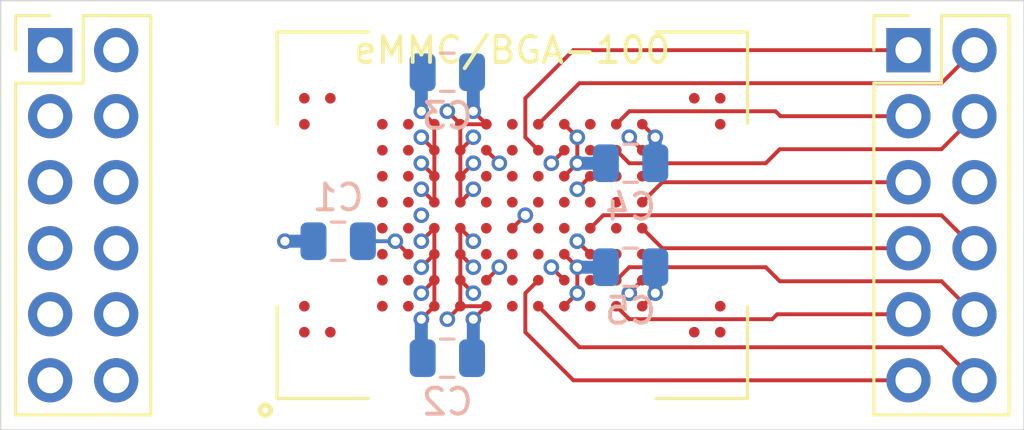
<source format=kicad_pcb>
(kicad_pcb (version 20171130) (host pcbnew "(5.1.8)-1")

  (general
    (thickness 1.2)
    (drawings 6)
    (tracks 142)
    (zones 0)
    (modules 8)
    (nets 20)
  )

  (page A4)
  (layers
    (0 F.Cu signal)
    (1 In1.Cu signal)
    (2 In2.Cu signal)
    (31 B.Cu signal)
    (32 B.Adhes user)
    (33 F.Adhes user)
    (34 B.Paste user)
    (35 F.Paste user)
    (36 B.SilkS user hide)
    (37 F.SilkS user hide)
    (38 B.Mask user)
    (39 F.Mask user)
    (40 Dwgs.User user hide)
    (41 Cmts.User user)
    (42 Eco1.User user)
    (43 Eco2.User user)
    (44 Edge.Cuts user)
    (45 Margin user)
    (46 B.CrtYd user)
    (47 F.CrtYd user)
    (48 B.Fab user hide)
    (49 F.Fab user hide)
  )

  (setup
    (last_trace_width 0.15)
    (user_trace_width 0.15)
    (user_trace_width 0.2)
    (user_trace_width 0.25)
    (user_trace_width 0.5)
    (trace_clearance 0.15)
    (zone_clearance 0.508)
    (zone_45_only no)
    (trace_min 0.15)
    (via_size 0.6)
    (via_drill 0.35)
    (via_min_size 0.4)
    (via_min_drill 0.3)
    (uvia_size 0.3)
    (uvia_drill 0.1)
    (uvias_allowed no)
    (uvia_min_size 0.2)
    (uvia_min_drill 0.1)
    (edge_width 0.05)
    (segment_width 0.2)
    (pcb_text_width 0.3)
    (pcb_text_size 1.5 1.5)
    (mod_edge_width 0.12)
    (mod_text_size 1 1)
    (mod_text_width 0.15)
    (pad_size 1.524 1.524)
    (pad_drill 0.762)
    (pad_to_mask_clearance 0)
    (aux_axis_origin 0 0)
    (grid_origin 119.38 91.44)
    (visible_elements 7FFFFFFF)
    (pcbplotparams
      (layerselection 0x010fc_ffffffff)
      (usegerberextensions false)
      (usegerberattributes true)
      (usegerberadvancedattributes true)
      (creategerberjobfile true)
      (excludeedgelayer true)
      (linewidth 0.100000)
      (plotframeref false)
      (viasonmask false)
      (mode 1)
      (useauxorigin false)
      (hpglpennumber 1)
      (hpglpenspeed 20)
      (hpglpendiameter 15.000000)
      (psnegative false)
      (psa4output false)
      (plotreference true)
      (plotvalue true)
      (plotinvisibletext false)
      (padsonsilk false)
      (subtractmaskfromsilk false)
      (outputformat 1)
      (mirror false)
      (drillshape 0)
      (scaleselection 1)
      (outputdirectory "Gerbers/"))
  )

  (net 0 "")
  (net 1 "Net-(J1-Pad12)")
  (net 2 "Net-(J1-Pad10)")
  (net 3 "Net-(J1-Pad4)")
  (net 4 "Net-(J1-Pad2)")
  (net 5 "Net-(U1-PadK5)")
  (net 6 GND)
  (net 7 DAT6)
  (net 8 +3V3)
  (net 9 DAT7)
  (net 10 DAT4)
  (net 11 DAT5)
  (net 12 DAT3)
  (net 13 DAT2)
  (net 14 DAT1)
  (net 15 DAT0)
  (net 16 "Net-(C1-Pad1)")
  (net 17 CLK)
  (net 18 CMD)
  (net 19 ~RST)

  (net_class Default "This is the default net class."
    (clearance 0.15)
    (trace_width 0.15)
    (via_dia 0.6)
    (via_drill 0.35)
    (uvia_dia 0.3)
    (uvia_drill 0.1)
    (add_net CLK)
    (add_net CMD)
    (add_net DAT0)
    (add_net DAT1)
    (add_net DAT2)
    (add_net DAT3)
    (add_net DAT4)
    (add_net DAT5)
    (add_net DAT6)
    (add_net DAT7)
    (add_net "Net-(C1-Pad1)")
    (add_net "Net-(J1-Pad10)")
    (add_net "Net-(J1-Pad12)")
    (add_net "Net-(J1-Pad2)")
    (add_net "Net-(J1-Pad4)")
    (add_net "Net-(U1-PadK5)")
    (add_net ~RST)
  )

  (net_class Power ""
    (clearance 0.15)
    (trace_width 0.15)
    (via_dia 0.6)
    (via_drill 0.35)
    (uvia_dia 0.3)
    (uvia_drill 0.1)
    (add_net +3V3)
    (add_net GND)
  )

  (module Capacitor_SMD:C_0805_2012Metric (layer B.Cu) (tedit 5F68FEEE) (tstamp 602FFF65)
    (at 123.93 93.44)
    (descr "Capacitor SMD 0805 (2012 Metric), square (rectangular) end terminal, IPC_7351 nominal, (Body size source: IPC-SM-782 page 76, https://www.pcb-3d.com/wordpress/wp-content/uploads/ipc-sm-782a_amendment_1_and_2.pdf, https://docs.google.com/spreadsheets/d/1BsfQQcO9C6DZCsRaXUlFlo91Tg2WpOkGARC1WS5S8t0/edit?usp=sharing), generated with kicad-footprint-generator")
    (tags capacitor)
    (path /6036B343)
    (attr smd)
    (fp_text reference C5 (at 0 1.68) (layer B.SilkS)
      (effects (font (size 1 1) (thickness 0.15)) (justify mirror))
    )
    (fp_text value 100n (at 0 -1.68) (layer B.Fab)
      (effects (font (size 1 1) (thickness 0.15)) (justify mirror))
    )
    (fp_line (start -1 -0.625) (end -1 0.625) (layer B.Fab) (width 0.1))
    (fp_line (start -1 0.625) (end 1 0.625) (layer B.Fab) (width 0.1))
    (fp_line (start 1 0.625) (end 1 -0.625) (layer B.Fab) (width 0.1))
    (fp_line (start 1 -0.625) (end -1 -0.625) (layer B.Fab) (width 0.1))
    (fp_line (start -0.261252 0.735) (end 0.261252 0.735) (layer B.SilkS) (width 0.12))
    (fp_line (start -0.261252 -0.735) (end 0.261252 -0.735) (layer B.SilkS) (width 0.12))
    (fp_line (start -1.7 -0.98) (end -1.7 0.98) (layer B.CrtYd) (width 0.05))
    (fp_line (start -1.7 0.98) (end 1.7 0.98) (layer B.CrtYd) (width 0.05))
    (fp_line (start 1.7 0.98) (end 1.7 -0.98) (layer B.CrtYd) (width 0.05))
    (fp_line (start 1.7 -0.98) (end -1.7 -0.98) (layer B.CrtYd) (width 0.05))
    (fp_text user %R (at 0 0) (layer B.Fab)
      (effects (font (size 0.5 0.5) (thickness 0.08)) (justify mirror))
    )
    (pad 2 smd roundrect (at 0.95 0) (size 1 1.45) (layers B.Cu B.Paste B.Mask) (roundrect_rratio 0.25)
      (net 6 GND))
    (pad 1 smd roundrect (at -0.95 0) (size 1 1.45) (layers B.Cu B.Paste B.Mask) (roundrect_rratio 0.25)
      (net 8 +3V3))
    (model ${KISYS3DMOD}/Capacitor_SMD.3dshapes/C_0805_2012Metric.wrl
      (at (xyz 0 0 0))
      (scale (xyz 1 1 1))
      (rotate (xyz 0 0 0))
    )
  )

  (module Capacitor_SMD:C_0805_2012Metric (layer B.Cu) (tedit 5F68FEEE) (tstamp 602FD412)
    (at 123.93 89.44)
    (descr "Capacitor SMD 0805 (2012 Metric), square (rectangular) end terminal, IPC_7351 nominal, (Body size source: IPC-SM-782 page 76, https://www.pcb-3d.com/wordpress/wp-content/uploads/ipc-sm-782a_amendment_1_and_2.pdf, https://docs.google.com/spreadsheets/d/1BsfQQcO9C6DZCsRaXUlFlo91Tg2WpOkGARC1WS5S8t0/edit?usp=sharing), generated with kicad-footprint-generator")
    (tags capacitor)
    (path /6036B17D)
    (attr smd)
    (fp_text reference C4 (at 0 1.68) (layer B.SilkS)
      (effects (font (size 1 1) (thickness 0.15)) (justify mirror))
    )
    (fp_text value 100n (at 0 -1.68) (layer B.Fab)
      (effects (font (size 1 1) (thickness 0.15)) (justify mirror))
    )
    (fp_line (start -1 -0.625) (end -1 0.625) (layer B.Fab) (width 0.1))
    (fp_line (start -1 0.625) (end 1 0.625) (layer B.Fab) (width 0.1))
    (fp_line (start 1 0.625) (end 1 -0.625) (layer B.Fab) (width 0.1))
    (fp_line (start 1 -0.625) (end -1 -0.625) (layer B.Fab) (width 0.1))
    (fp_line (start -0.261252 0.735) (end 0.261252 0.735) (layer B.SilkS) (width 0.12))
    (fp_line (start -0.261252 -0.735) (end 0.261252 -0.735) (layer B.SilkS) (width 0.12))
    (fp_line (start -1.7 -0.98) (end -1.7 0.98) (layer B.CrtYd) (width 0.05))
    (fp_line (start -1.7 0.98) (end 1.7 0.98) (layer B.CrtYd) (width 0.05))
    (fp_line (start 1.7 0.98) (end 1.7 -0.98) (layer B.CrtYd) (width 0.05))
    (fp_line (start 1.7 -0.98) (end -1.7 -0.98) (layer B.CrtYd) (width 0.05))
    (fp_text user %R (at 0 0) (layer B.Fab)
      (effects (font (size 0.5 0.5) (thickness 0.08)) (justify mirror))
    )
    (pad 2 smd roundrect (at 0.95 0) (size 1 1.45) (layers B.Cu B.Paste B.Mask) (roundrect_rratio 0.25)
      (net 6 GND))
    (pad 1 smd roundrect (at -0.95 0) (size 1 1.45) (layers B.Cu B.Paste B.Mask) (roundrect_rratio 0.25)
      (net 8 +3V3))
    (model ${KISYS3DMOD}/Capacitor_SMD.3dshapes/C_0805_2012Metric.wrl
      (at (xyz 0 0 0))
      (scale (xyz 1 1 1))
      (rotate (xyz 0 0 0))
    )
  )

  (module Capacitor_SMD:C_0805_2012Metric (layer B.Cu) (tedit 5F68FEEE) (tstamp 602FD401)
    (at 116.88 85.94)
    (descr "Capacitor SMD 0805 (2012 Metric), square (rectangular) end terminal, IPC_7351 nominal, (Body size source: IPC-SM-782 page 76, https://www.pcb-3d.com/wordpress/wp-content/uploads/ipc-sm-782a_amendment_1_and_2.pdf, https://docs.google.com/spreadsheets/d/1BsfQQcO9C6DZCsRaXUlFlo91Tg2WpOkGARC1WS5S8t0/edit?usp=sharing), generated with kicad-footprint-generator")
    (tags capacitor)
    (path /6036AE2E)
    (attr smd)
    (fp_text reference C3 (at 0 1.68) (layer B.SilkS)
      (effects (font (size 1 1) (thickness 0.15)) (justify mirror))
    )
    (fp_text value 100n (at 0 -1.68) (layer B.Fab)
      (effects (font (size 1 1) (thickness 0.15)) (justify mirror))
    )
    (fp_line (start -1 -0.625) (end -1 0.625) (layer B.Fab) (width 0.1))
    (fp_line (start -1 0.625) (end 1 0.625) (layer B.Fab) (width 0.1))
    (fp_line (start 1 0.625) (end 1 -0.625) (layer B.Fab) (width 0.1))
    (fp_line (start 1 -0.625) (end -1 -0.625) (layer B.Fab) (width 0.1))
    (fp_line (start -0.261252 0.735) (end 0.261252 0.735) (layer B.SilkS) (width 0.12))
    (fp_line (start -0.261252 -0.735) (end 0.261252 -0.735) (layer B.SilkS) (width 0.12))
    (fp_line (start -1.7 -0.98) (end -1.7 0.98) (layer B.CrtYd) (width 0.05))
    (fp_line (start -1.7 0.98) (end 1.7 0.98) (layer B.CrtYd) (width 0.05))
    (fp_line (start 1.7 0.98) (end 1.7 -0.98) (layer B.CrtYd) (width 0.05))
    (fp_line (start 1.7 -0.98) (end -1.7 -0.98) (layer B.CrtYd) (width 0.05))
    (fp_text user %R (at 0 0) (layer B.Fab)
      (effects (font (size 0.5 0.5) (thickness 0.08)) (justify mirror))
    )
    (pad 2 smd roundrect (at 0.95 0) (size 1 1.45) (layers B.Cu B.Paste B.Mask) (roundrect_rratio 0.25)
      (net 6 GND))
    (pad 1 smd roundrect (at -0.95 0) (size 1 1.45) (layers B.Cu B.Paste B.Mask) (roundrect_rratio 0.25)
      (net 8 +3V3))
    (model ${KISYS3DMOD}/Capacitor_SMD.3dshapes/C_0805_2012Metric.wrl
      (at (xyz 0 0 0))
      (scale (xyz 1 1 1))
      (rotate (xyz 0 0 0))
    )
  )

  (module Capacitor_SMD:C_0805_2012Metric (layer B.Cu) (tedit 5F68FEEE) (tstamp 602FD3F0)
    (at 116.88 96.94)
    (descr "Capacitor SMD 0805 (2012 Metric), square (rectangular) end terminal, IPC_7351 nominal, (Body size source: IPC-SM-782 page 76, https://www.pcb-3d.com/wordpress/wp-content/uploads/ipc-sm-782a_amendment_1_and_2.pdf, https://docs.google.com/spreadsheets/d/1BsfQQcO9C6DZCsRaXUlFlo91Tg2WpOkGARC1WS5S8t0/edit?usp=sharing), generated with kicad-footprint-generator")
    (tags capacitor)
    (path /6036A62D)
    (attr smd)
    (fp_text reference C2 (at 0 1.68) (layer B.SilkS)
      (effects (font (size 1 1) (thickness 0.15)) (justify mirror))
    )
    (fp_text value 100n (at 0 -1.68) (layer B.Fab)
      (effects (font (size 1 1) (thickness 0.15)) (justify mirror))
    )
    (fp_line (start -1 -0.625) (end -1 0.625) (layer B.Fab) (width 0.1))
    (fp_line (start -1 0.625) (end 1 0.625) (layer B.Fab) (width 0.1))
    (fp_line (start 1 0.625) (end 1 -0.625) (layer B.Fab) (width 0.1))
    (fp_line (start 1 -0.625) (end -1 -0.625) (layer B.Fab) (width 0.1))
    (fp_line (start -0.261252 0.735) (end 0.261252 0.735) (layer B.SilkS) (width 0.12))
    (fp_line (start -0.261252 -0.735) (end 0.261252 -0.735) (layer B.SilkS) (width 0.12))
    (fp_line (start -1.7 -0.98) (end -1.7 0.98) (layer B.CrtYd) (width 0.05))
    (fp_line (start -1.7 0.98) (end 1.7 0.98) (layer B.CrtYd) (width 0.05))
    (fp_line (start 1.7 0.98) (end 1.7 -0.98) (layer B.CrtYd) (width 0.05))
    (fp_line (start 1.7 -0.98) (end -1.7 -0.98) (layer B.CrtYd) (width 0.05))
    (fp_text user %R (at 0 0) (layer B.Fab)
      (effects (font (size 0.5 0.5) (thickness 0.08)) (justify mirror))
    )
    (pad 2 smd roundrect (at 0.95 0) (size 1 1.45) (layers B.Cu B.Paste B.Mask) (roundrect_rratio 0.25)
      (net 6 GND))
    (pad 1 smd roundrect (at -0.95 0) (size 1 1.45) (layers B.Cu B.Paste B.Mask) (roundrect_rratio 0.25)
      (net 8 +3V3))
    (model ${KISYS3DMOD}/Capacitor_SMD.3dshapes/C_0805_2012Metric.wrl
      (at (xyz 0 0 0))
      (scale (xyz 1 1 1))
      (rotate (xyz 0 0 0))
    )
  )

  (module Connector_PinHeader_2.54mm:PinHeader_2x06_P2.54mm_Vertical (layer F.Cu) (tedit 59FED5CC) (tstamp 602FADF8)
    (at 134.62 85.09)
    (descr "Through hole straight pin header, 2x06, 2.54mm pitch, double rows")
    (tags "Through hole pin header THT 2x06 2.54mm double row")
    (path /60360DCD)
    (fp_text reference J2 (at 1.27 -2.33) (layer F.SilkS) hide
      (effects (font (size 1 1) (thickness 0.15)))
    )
    (fp_text value Right (at 1.27 15.03) (layer F.Fab)
      (effects (font (size 1 1) (thickness 0.15)))
    )
    (fp_line (start 0 -1.27) (end 3.81 -1.27) (layer F.Fab) (width 0.1))
    (fp_line (start 3.81 -1.27) (end 3.81 13.97) (layer F.Fab) (width 0.1))
    (fp_line (start 3.81 13.97) (end -1.27 13.97) (layer F.Fab) (width 0.1))
    (fp_line (start -1.27 13.97) (end -1.27 0) (layer F.Fab) (width 0.1))
    (fp_line (start -1.27 0) (end 0 -1.27) (layer F.Fab) (width 0.1))
    (fp_line (start -1.33 14.03) (end 3.87 14.03) (layer F.SilkS) (width 0.12))
    (fp_line (start -1.33 1.27) (end -1.33 14.03) (layer F.SilkS) (width 0.12))
    (fp_line (start 3.87 -1.33) (end 3.87 14.03) (layer F.SilkS) (width 0.12))
    (fp_line (start -1.33 1.27) (end 1.27 1.27) (layer F.SilkS) (width 0.12))
    (fp_line (start 1.27 1.27) (end 1.27 -1.33) (layer F.SilkS) (width 0.12))
    (fp_line (start 1.27 -1.33) (end 3.87 -1.33) (layer F.SilkS) (width 0.12))
    (fp_line (start -1.33 0) (end -1.33 -1.33) (layer F.SilkS) (width 0.12))
    (fp_line (start -1.33 -1.33) (end 0 -1.33) (layer F.SilkS) (width 0.12))
    (fp_line (start -1.8 -1.8) (end -1.8 14.5) (layer F.CrtYd) (width 0.05))
    (fp_line (start -1.8 14.5) (end 4.35 14.5) (layer F.CrtYd) (width 0.05))
    (fp_line (start 4.35 14.5) (end 4.35 -1.8) (layer F.CrtYd) (width 0.05))
    (fp_line (start 4.35 -1.8) (end -1.8 -1.8) (layer F.CrtYd) (width 0.05))
    (fp_text user %R (at 1.27 6.35 90) (layer F.Fab)
      (effects (font (size 1 1) (thickness 0.15)))
    )
    (pad 12 thru_hole oval (at 2.54 12.7) (size 1.7 1.7) (drill 1) (layers *.Cu *.Mask)
      (net 15 DAT0))
    (pad 11 thru_hole oval (at 0 12.7) (size 1.7 1.7) (drill 1) (layers *.Cu *.Mask)
      (net 13 DAT2))
    (pad 10 thru_hole oval (at 2.54 10.16) (size 1.7 1.7) (drill 1) (layers *.Cu *.Mask)
      (net 12 DAT3))
    (pad 9 thru_hole oval (at 0 10.16) (size 1.7 1.7) (drill 1) (layers *.Cu *.Mask)
      (net 14 DAT1))
    (pad 8 thru_hole oval (at 2.54 7.62) (size 1.7 1.7) (drill 1) (layers *.Cu *.Mask)
      (net 19 ~RST))
    (pad 7 thru_hole oval (at 0 7.62) (size 1.7 1.7) (drill 1) (layers *.Cu *.Mask)
      (net 18 CMD))
    (pad 6 thru_hole oval (at 2.54 5.08) (size 1.7 1.7) (drill 1) (layers *.Cu *.Mask)
      (net 6 GND))
    (pad 5 thru_hole oval (at 0 5.08) (size 1.7 1.7) (drill 1) (layers *.Cu *.Mask)
      (net 17 CLK))
    (pad 4 thru_hole oval (at 2.54 2.54) (size 1.7 1.7) (drill 1) (layers *.Cu *.Mask)
      (net 10 DAT4))
    (pad 3 thru_hole oval (at 0 2.54) (size 1.7 1.7) (drill 1) (layers *.Cu *.Mask)
      (net 7 DAT6))
    (pad 2 thru_hole oval (at 2.54 0) (size 1.7 1.7) (drill 1) (layers *.Cu *.Mask)
      (net 9 DAT7))
    (pad 1 thru_hole rect (at 0 0) (size 1.7 1.7) (drill 1) (layers *.Cu *.Mask)
      (net 11 DAT5))
    (model ${KISYS3DMOD}/Connector_PinHeader_2.54mm.3dshapes/PinHeader_2x06_P2.54mm_Vertical.wrl
      (at (xyz 0 0 0))
      (scale (xyz 1 1 1))
      (rotate (xyz 0 0 0))
    )
  )

  (module Connector_PinHeader_2.54mm:PinHeader_2x06_P2.54mm_Vertical (layer F.Cu) (tedit 59FED5CC) (tstamp 602FADD6)
    (at 101.6 85.09)
    (descr "Through hole straight pin header, 2x06, 2.54mm pitch, double rows")
    (tags "Through hole pin header THT 2x06 2.54mm double row")
    (path /60360599)
    (fp_text reference J1 (at 1.27 -2.33) (layer F.SilkS) hide
      (effects (font (size 1 1) (thickness 0.15)))
    )
    (fp_text value Left (at 1.27 15.03) (layer F.Fab)
      (effects (font (size 1 1) (thickness 0.15)))
    )
    (fp_line (start 0 -1.27) (end 3.81 -1.27) (layer F.Fab) (width 0.1))
    (fp_line (start 3.81 -1.27) (end 3.81 13.97) (layer F.Fab) (width 0.1))
    (fp_line (start 3.81 13.97) (end -1.27 13.97) (layer F.Fab) (width 0.1))
    (fp_line (start -1.27 13.97) (end -1.27 0) (layer F.Fab) (width 0.1))
    (fp_line (start -1.27 0) (end 0 -1.27) (layer F.Fab) (width 0.1))
    (fp_line (start -1.33 14.03) (end 3.87 14.03) (layer F.SilkS) (width 0.12))
    (fp_line (start -1.33 1.27) (end -1.33 14.03) (layer F.SilkS) (width 0.12))
    (fp_line (start 3.87 -1.33) (end 3.87 14.03) (layer F.SilkS) (width 0.12))
    (fp_line (start -1.33 1.27) (end 1.27 1.27) (layer F.SilkS) (width 0.12))
    (fp_line (start 1.27 1.27) (end 1.27 -1.33) (layer F.SilkS) (width 0.12))
    (fp_line (start 1.27 -1.33) (end 3.87 -1.33) (layer F.SilkS) (width 0.12))
    (fp_line (start -1.33 0) (end -1.33 -1.33) (layer F.SilkS) (width 0.12))
    (fp_line (start -1.33 -1.33) (end 0 -1.33) (layer F.SilkS) (width 0.12))
    (fp_line (start -1.8 -1.8) (end -1.8 14.5) (layer F.CrtYd) (width 0.05))
    (fp_line (start -1.8 14.5) (end 4.35 14.5) (layer F.CrtYd) (width 0.05))
    (fp_line (start 4.35 14.5) (end 4.35 -1.8) (layer F.CrtYd) (width 0.05))
    (fp_line (start 4.35 -1.8) (end -1.8 -1.8) (layer F.CrtYd) (width 0.05))
    (fp_text user %R (at 1.27 6.35 90) (layer F.Fab)
      (effects (font (size 1 1) (thickness 0.15)))
    )
    (pad 12 thru_hole oval (at 2.54 12.7) (size 1.7 1.7) (drill 1) (layers *.Cu *.Mask)
      (net 1 "Net-(J1-Pad12)"))
    (pad 11 thru_hole oval (at 0 12.7) (size 1.7 1.7) (drill 1) (layers *.Cu *.Mask)
      (net 6 GND))
    (pad 10 thru_hole oval (at 2.54 10.16) (size 1.7 1.7) (drill 1) (layers *.Cu *.Mask)
      (net 2 "Net-(J1-Pad10)"))
    (pad 9 thru_hole oval (at 0 10.16) (size 1.7 1.7) (drill 1) (layers *.Cu *.Mask)
      (net 6 GND))
    (pad 8 thru_hole oval (at 2.54 7.62) (size 1.7 1.7) (drill 1) (layers *.Cu *.Mask)
      (net 8 +3V3))
    (pad 7 thru_hole oval (at 0 7.62) (size 1.7 1.7) (drill 1) (layers *.Cu *.Mask)
      (net 6 GND))
    (pad 6 thru_hole oval (at 2.54 5.08) (size 1.7 1.7) (drill 1) (layers *.Cu *.Mask)
      (net 8 +3V3))
    (pad 5 thru_hole oval (at 0 5.08) (size 1.7 1.7) (drill 1) (layers *.Cu *.Mask)
      (net 6 GND))
    (pad 4 thru_hole oval (at 2.54 2.54) (size 1.7 1.7) (drill 1) (layers *.Cu *.Mask)
      (net 3 "Net-(J1-Pad4)"))
    (pad 3 thru_hole oval (at 0 2.54) (size 1.7 1.7) (drill 1) (layers *.Cu *.Mask)
      (net 6 GND))
    (pad 2 thru_hole oval (at 2.54 0) (size 1.7 1.7) (drill 1) (layers *.Cu *.Mask)
      (net 4 "Net-(J1-Pad2)"))
    (pad 1 thru_hole rect (at 0 0) (size 1.7 1.7) (drill 1) (layers *.Cu *.Mask)
      (net 6 GND))
    (model ${KISYS3DMOD}/Connector_PinHeader_2.54mm.3dshapes/PinHeader_2x06_P2.54mm_Vertical.wrl
      (at (xyz 0 0 0))
      (scale (xyz 1 1 1))
      (rotate (xyz 0 0 0))
    )
  )

  (module Capacitor_SMD:C_0805_2012Metric (layer B.Cu) (tedit 5F68FEEE) (tstamp 602FBEF7)
    (at 112.68 92.44 180)
    (descr "Capacitor SMD 0805 (2012 Metric), square (rectangular) end terminal, IPC_7351 nominal, (Body size source: IPC-SM-782 page 76, https://www.pcb-3d.com/wordpress/wp-content/uploads/ipc-sm-782a_amendment_1_and_2.pdf, https://docs.google.com/spreadsheets/d/1BsfQQcO9C6DZCsRaXUlFlo91Tg2WpOkGARC1WS5S8t0/edit?usp=sharing), generated with kicad-footprint-generator")
    (tags capacitor)
    (path /603649A7)
    (attr smd)
    (fp_text reference C1 (at 0 1.68) (layer B.SilkS)
      (effects (font (size 1 1) (thickness 0.15)) (justify mirror))
    )
    (fp_text value 100n (at 0 -1.68) (layer B.Fab)
      (effects (font (size 1 1) (thickness 0.15)) (justify mirror))
    )
    (fp_line (start -1 -0.625) (end -1 0.625) (layer B.Fab) (width 0.1))
    (fp_line (start -1 0.625) (end 1 0.625) (layer B.Fab) (width 0.1))
    (fp_line (start 1 0.625) (end 1 -0.625) (layer B.Fab) (width 0.1))
    (fp_line (start 1 -0.625) (end -1 -0.625) (layer B.Fab) (width 0.1))
    (fp_line (start -0.261252 0.735) (end 0.261252 0.735) (layer B.SilkS) (width 0.12))
    (fp_line (start -0.261252 -0.735) (end 0.261252 -0.735) (layer B.SilkS) (width 0.12))
    (fp_line (start -1.7 -0.98) (end -1.7 0.98) (layer B.CrtYd) (width 0.05))
    (fp_line (start -1.7 0.98) (end 1.7 0.98) (layer B.CrtYd) (width 0.05))
    (fp_line (start 1.7 0.98) (end 1.7 -0.98) (layer B.CrtYd) (width 0.05))
    (fp_line (start 1.7 -0.98) (end -1.7 -0.98) (layer B.CrtYd) (width 0.05))
    (fp_text user %R (at 0 0) (layer B.Fab)
      (effects (font (size 0.5 0.5) (thickness 0.08)) (justify mirror))
    )
    (pad 2 smd roundrect (at 0.95 0 180) (size 1 1.45) (layers B.Cu B.Paste B.Mask) (roundrect_rratio 0.25)
      (net 6 GND))
    (pad 1 smd roundrect (at -0.95 0 180) (size 1 1.45) (layers B.Cu B.Paste B.Mask) (roundrect_rratio 0.25)
      (net 16 "Net-(C1-Pad1)"))
    (model ${KISYS3DMOD}/Capacitor_SMD.3dshapes/C_0805_2012Metric.wrl
      (at (xyz 0 0 0))
      (scale (xyz 1 1 1))
      (rotate (xyz 0 0 0))
    )
  )

  (module Memory:BGA100C100P17X10_1800X1400X140N (layer F.Cu) (tedit 6027CF3E) (tstamp 602FB456)
    (at 119.38 91.44 90)
    (path /6035EE66)
    (fp_text reference U1 (at -4.265 -10.515 90) (layer F.SilkS) hide
      (effects (font (size 1 1) (thickness 0.15)))
    )
    (fp_text value Generic_eMMC_BGA100 (at 0 10.5 90) (layer F.Fab) hide
      (effects (font (size 1 1) (thickness 0.15)))
    )
    (fp_line (start -7.55 9.55) (end -7.55 -9.55) (layer F.CrtYd) (width 0.05))
    (fp_line (start 7.55 9.55) (end -7.55 9.55) (layer F.CrtYd) (width 0.05))
    (fp_line (start 7.55 -9.55) (end 7.55 9.55) (layer F.CrtYd) (width 0.05))
    (fp_line (start -7.55 -9.55) (end 7.55 -9.55) (layer F.CrtYd) (width 0.05))
    (fp_line (start 7.05 -9.05) (end 3.525 -9.05) (layer F.SilkS) (width 0.127))
    (fp_line (start 7.05 -9.05) (end 7.05 -5.525) (layer F.SilkS) (width 0.127))
    (fp_line (start -7.05 9.05) (end -3.525 9.05) (layer F.SilkS) (width 0.127))
    (fp_line (start -7.05 9.05) (end -7.05 5.525) (layer F.SilkS) (width 0.127))
    (fp_line (start 7.05 9.05) (end 3.525 9.05) (layer F.SilkS) (width 0.127))
    (fp_line (start 7.05 9.05) (end 7.05 5.525) (layer F.SilkS) (width 0.127))
    (fp_line (start -7.05 -9.05) (end -3.525 -9.05) (layer F.SilkS) (width 0.127))
    (fp_line (start -7.05 -9.05) (end -7.05 -5.525) (layer F.SilkS) (width 0.127))
    (fp_line (start 7.05 -9.05) (end -7.05 -9.05) (layer F.Fab) (width 0.127))
    (fp_line (start 7.05 9.05) (end 7.05 -9.05) (layer F.Fab) (width 0.127))
    (fp_line (start -7.05 9.05) (end 7.05 9.05) (layer F.Fab) (width 0.127))
    (fp_line (start -7.05 -9.05) (end -7.05 9.05) (layer F.Fab) (width 0.127))
    (fp_circle (center -7.5 -9.5) (end -7.3 -9.5) (layer F.SilkS) (width 0.2))
    (pad U10 smd circle (at 4.5 8 90) (size 0.41 0.41) (layers F.Cu F.Paste F.Mask))
    (pad T10 smd circle (at 4.5 7 90) (size 0.41 0.41) (layers F.Cu F.Paste F.Mask))
    (pad B10 smd circle (at 4.5 -7 90) (size 0.41 0.41) (layers F.Cu F.Paste F.Mask))
    (pad A10 smd circle (at 4.5 -8 90) (size 0.41 0.41) (layers F.Cu F.Paste F.Mask))
    (pad U9 smd circle (at 3.5 8 90) (size 0.41 0.41) (layers F.Cu F.Paste F.Mask))
    (pad P9 smd circle (at 3.5 5 90) (size 0.41 0.41) (layers F.Cu F.Paste F.Mask)
      (net 6 GND))
    (pad N9 smd circle (at 3.5 4 90) (size 0.41 0.41) (layers F.Cu F.Paste F.Mask)
      (net 7 DAT6))
    (pad M9 smd circle (at 3.5 3 90) (size 0.41 0.41) (layers F.Cu F.Paste F.Mask))
    (pad L9 smd circle (at 3.5 2 90) (size 0.41 0.41) (layers F.Cu F.Paste F.Mask)
      (net 8 +3V3))
    (pad K9 smd circle (at 3.5 1 90) (size 0.41 0.41) (layers F.Cu F.Paste F.Mask)
      (net 9 DAT7))
    (pad J9 smd circle (at 3.5 0 90) (size 0.41 0.41) (layers F.Cu F.Paste F.Mask))
    (pad H9 smd circle (at 3.5 -1 90) (size 0.41 0.41) (layers F.Cu F.Paste F.Mask)
      (net 6 GND))
    (pad G9 smd circle (at 3.5 -2 90) (size 0.41 0.41) (layers F.Cu F.Paste F.Mask)
      (net 6 GND))
    (pad F9 smd circle (at 3.5 -3 90) (size 0.41 0.41) (layers F.Cu F.Paste F.Mask)
      (net 8 +3V3))
    (pad E9 smd circle (at 3.5 -4 90) (size 0.41 0.41) (layers F.Cu F.Paste F.Mask))
    (pad D9 smd circle (at 3.5 -5 90) (size 0.41 0.41) (layers F.Cu F.Paste F.Mask))
    (pad A9 smd circle (at 3.5 -8 90) (size 0.41 0.41) (layers F.Cu F.Paste F.Mask))
    (pad P8 smd circle (at 2.5 5 90) (size 0.41 0.41) (layers F.Cu F.Paste F.Mask)
      (net 8 +3V3))
    (pad N8 smd circle (at 2.5 4 90) (size 0.41 0.41) (layers F.Cu F.Paste F.Mask)
      (net 10 DAT4))
    (pad M8 smd circle (at 2.5 3 90) (size 0.41 0.41) (layers F.Cu F.Paste F.Mask))
    (pad L8 smd circle (at 2.5 2 90) (size 0.41 0.41) (layers F.Cu F.Paste F.Mask)
      (net 6 GND))
    (pad K8 smd circle (at 2.5 1 90) (size 0.41 0.41) (layers F.Cu F.Paste F.Mask)
      (net 11 DAT5))
    (pad J8 smd circle (at 2.5 0 90) (size 0.41 0.41) (layers F.Cu F.Paste F.Mask))
    (pad H8 smd circle (at 2.5 -1 90) (size 0.41 0.41) (layers F.Cu F.Paste F.Mask)
      (net 8 +3V3))
    (pad G8 smd circle (at 2.5 -2 90) (size 0.41 0.41) (layers F.Cu F.Paste F.Mask)
      (net 6 GND))
    (pad F8 smd circle (at 2.5 -3 90) (size 0.41 0.41) (layers F.Cu F.Paste F.Mask)
      (net 8 +3V3))
    (pad E8 smd circle (at 2.5 -4 90) (size 0.41 0.41) (layers F.Cu F.Paste F.Mask))
    (pad D8 smd circle (at 2.5 -5 90) (size 0.41 0.41) (layers F.Cu F.Paste F.Mask))
    (pad P7 smd circle (at 1.5 5 90) (size 0.41 0.41) (layers F.Cu F.Paste F.Mask))
    (pad N7 smd circle (at 1.5 4 90) (size 0.41 0.41) (layers F.Cu F.Paste F.Mask))
    (pad M7 smd circle (at 1.5 3 90) (size 0.41 0.41) (layers F.Cu F.Paste F.Mask)
      (net 6 GND))
    (pad L7 smd circle (at 1.5 2 90) (size 0.41 0.41) (layers F.Cu F.Paste F.Mask)
      (net 8 +3V3))
    (pad K7 smd circle (at 1.5 1 90) (size 0.41 0.41) (layers F.Cu F.Paste F.Mask))
    (pad J7 smd circle (at 1.5 0 90) (size 0.41 0.41) (layers F.Cu F.Paste F.Mask))
    (pad H7 smd circle (at 1.5 -1 90) (size 0.41 0.41) (layers F.Cu F.Paste F.Mask))
    (pad G7 smd circle (at 1.5 -2 90) (size 0.41 0.41) (layers F.Cu F.Paste F.Mask)
      (net 6 GND))
    (pad F7 smd circle (at 1.5 -3 90) (size 0.41 0.41) (layers F.Cu F.Paste F.Mask)
      (net 8 +3V3))
    (pad E7 smd circle (at 1.5 -4 90) (size 0.41 0.41) (layers F.Cu F.Paste F.Mask))
    (pad D7 smd circle (at 1.5 -5 90) (size 0.41 0.41) (layers F.Cu F.Paste F.Mask))
    (pad P6 smd circle (at 0.5 5 90) (size 0.41 0.41) (layers F.Cu F.Paste F.Mask)
      (net 17 CLK))
    (pad N6 smd circle (at 0.5 4 90) (size 0.41 0.41) (layers F.Cu F.Paste F.Mask))
    (pad M6 smd circle (at 0.5 3 90) (size 0.41 0.41) (layers F.Cu F.Paste F.Mask))
    (pad L6 smd circle (at 0.5 2 90) (size 0.41 0.41) (layers F.Cu F.Paste F.Mask))
    (pad K6 smd circle (at 0.5 1 90) (size 0.41 0.41) (layers F.Cu F.Paste F.Mask))
    (pad J6 smd circle (at 0.5 0 90) (size 0.41 0.41) (layers F.Cu F.Paste F.Mask))
    (pad H6 smd circle (at 0.5 -1 90) (size 0.41 0.41) (layers F.Cu F.Paste F.Mask))
    (pad G6 smd circle (at 0.5 -2 90) (size 0.41 0.41) (layers F.Cu F.Paste F.Mask)
      (net 6 GND))
    (pad F6 smd circle (at 0.5 -3 90) (size 0.41 0.41) (layers F.Cu F.Paste F.Mask)
      (net 8 +3V3))
    (pad E6 smd circle (at 0.5 -4 90) (size 0.41 0.41) (layers F.Cu F.Paste F.Mask))
    (pad D6 smd circle (at 0.5 -5 90) (size 0.41 0.41) (layers F.Cu F.Paste F.Mask))
    (pad P5 smd circle (at -0.5 5 90) (size 0.41 0.41) (layers F.Cu F.Paste F.Mask)
      (net 18 CMD))
    (pad N5 smd circle (at -0.5 4 90) (size 0.41 0.41) (layers F.Cu F.Paste F.Mask))
    (pad M5 smd circle (at -0.5 3 90) (size 0.41 0.41) (layers F.Cu F.Paste F.Mask)
      (net 19 ~RST))
    (pad L5 smd circle (at -0.5 2 90) (size 0.41 0.41) (layers F.Cu F.Paste F.Mask))
    (pad K5 smd circle (at -0.5 1 90) (size 0.41 0.41) (layers F.Cu F.Paste F.Mask)
      (net 5 "Net-(U1-PadK5)"))
    (pad J5 smd circle (at -0.5 0 90) (size 0.41 0.41) (layers F.Cu F.Paste F.Mask)
      (net 6 GND))
    (pad H5 smd circle (at -0.5 -1 90) (size 0.41 0.41) (layers F.Cu F.Paste F.Mask))
    (pad G5 smd circle (at -0.5 -2 90) (size 0.41 0.41) (layers F.Cu F.Paste F.Mask)
      (net 6 GND))
    (pad F5 smd circle (at -0.5 -3 90) (size 0.41 0.41) (layers F.Cu F.Paste F.Mask)
      (net 8 +3V3))
    (pad E5 smd circle (at -0.5 -4 90) (size 0.41 0.41) (layers F.Cu F.Paste F.Mask))
    (pad D5 smd circle (at -0.5 -5 90) (size 0.41 0.41) (layers F.Cu F.Paste F.Mask))
    (pad P4 smd circle (at -1.5 5 90) (size 0.41 0.41) (layers F.Cu F.Paste F.Mask))
    (pad N4 smd circle (at -1.5 4 90) (size 0.41 0.41) (layers F.Cu F.Paste F.Mask))
    (pad M4 smd circle (at -1.5 3 90) (size 0.41 0.41) (layers F.Cu F.Paste F.Mask)
      (net 6 GND))
    (pad L4 smd circle (at -1.5 2 90) (size 0.41 0.41) (layers F.Cu F.Paste F.Mask)
      (net 8 +3V3))
    (pad K4 smd circle (at -1.5 1 90) (size 0.41 0.41) (layers F.Cu F.Paste F.Mask))
    (pad J4 smd circle (at -1.5 0 90) (size 0.41 0.41) (layers F.Cu F.Paste F.Mask))
    (pad H4 smd circle (at -1.5 -1 90) (size 0.41 0.41) (layers F.Cu F.Paste F.Mask))
    (pad G4 smd circle (at -1.5 -2 90) (size 0.41 0.41) (layers F.Cu F.Paste F.Mask)
      (net 6 GND))
    (pad F4 smd circle (at -1.5 -3 90) (size 0.41 0.41) (layers F.Cu F.Paste F.Mask)
      (net 8 +3V3))
    (pad E4 smd circle (at -1.5 -4 90) (size 0.41 0.41) (layers F.Cu F.Paste F.Mask)
      (net 16 "Net-(C1-Pad1)"))
    (pad D4 smd circle (at -1.5 -5 90) (size 0.41 0.41) (layers F.Cu F.Paste F.Mask))
    (pad P3 smd circle (at -2.5 5 90) (size 0.41 0.41) (layers F.Cu F.Paste F.Mask)
      (net 8 +3V3))
    (pad N3 smd circle (at -2.5 4 90) (size 0.41 0.41) (layers F.Cu F.Paste F.Mask)
      (net 12 DAT3))
    (pad M3 smd circle (at -2.5 3 90) (size 0.41 0.41) (layers F.Cu F.Paste F.Mask))
    (pad L3 smd circle (at -2.5 2 90) (size 0.41 0.41) (layers F.Cu F.Paste F.Mask)
      (net 6 GND))
    (pad K3 smd circle (at -2.5 1 90) (size 0.41 0.41) (layers F.Cu F.Paste F.Mask)
      (net 13 DAT2))
    (pad J3 smd circle (at -2.5 0 90) (size 0.41 0.41) (layers F.Cu F.Paste F.Mask))
    (pad H3 smd circle (at -2.5 -1 90) (size 0.41 0.41) (layers F.Cu F.Paste F.Mask)
      (net 8 +3V3))
    (pad G3 smd circle (at -2.5 -2 90) (size 0.41 0.41) (layers F.Cu F.Paste F.Mask)
      (net 6 GND))
    (pad F3 smd circle (at -2.5 -3 90) (size 0.41 0.41) (layers F.Cu F.Paste F.Mask)
      (net 8 +3V3))
    (pad E3 smd circle (at -2.5 -4 90) (size 0.41 0.41) (layers F.Cu F.Paste F.Mask))
    (pad D3 smd circle (at -2.5 -5 90) (size 0.41 0.41) (layers F.Cu F.Paste F.Mask))
    (pad U2 smd circle (at -3.5 8 90) (size 0.41 0.41) (layers F.Cu F.Paste F.Mask))
    (pad P2 smd circle (at -3.5 5 90) (size 0.41 0.41) (layers F.Cu F.Paste F.Mask)
      (net 6 GND))
    (pad N2 smd circle (at -3.5 4 90) (size 0.41 0.41) (layers F.Cu F.Paste F.Mask)
      (net 14 DAT1))
    (pad M2 smd circle (at -3.5 3 90) (size 0.41 0.41) (layers F.Cu F.Paste F.Mask))
    (pad L2 smd circle (at -3.5 2 90) (size 0.41 0.41) (layers F.Cu F.Paste F.Mask)
      (net 8 +3V3))
    (pad K2 smd circle (at -3.5 1 90) (size 0.41 0.41) (layers F.Cu F.Paste F.Mask)
      (net 15 DAT0))
    (pad J2 smd circle (at -3.5 0 90) (size 0.41 0.41) (layers F.Cu F.Paste F.Mask))
    (pad H2 smd circle (at -3.5 -1 90) (size 0.41 0.41) (layers F.Cu F.Paste F.Mask)
      (net 6 GND))
    (pad G2 smd circle (at -3.5 -2 90) (size 0.41 0.41) (layers F.Cu F.Paste F.Mask)
      (net 6 GND))
    (pad F2 smd circle (at -3.5 -3 90) (size 0.41 0.41) (layers F.Cu F.Paste F.Mask)
      (net 8 +3V3))
    (pad E2 smd circle (at -3.5 -4 90) (size 0.41 0.41) (layers F.Cu F.Paste F.Mask))
    (pad D2 smd circle (at -3.5 -5 90) (size 0.41 0.41) (layers F.Cu F.Paste F.Mask))
    (pad A2 smd circle (at -3.5 -8 90) (size 0.41 0.41) (layers F.Cu F.Paste F.Mask))
    (pad U1 smd circle (at -4.5 8 90) (size 0.41 0.41) (layers F.Cu F.Paste F.Mask))
    (pad T1 smd circle (at -4.5 7 90) (size 0.41 0.41) (layers F.Cu F.Paste F.Mask))
    (pad B1 smd circle (at -4.5 -7 90) (size 0.41 0.41) (layers F.Cu F.Paste F.Mask))
    (pad A1 smd circle (at -4.5 -8 90) (size 0.41 0.41) (layers F.Cu F.Paste F.Mask))
  )

  (dimension 35.56 (width 0.15) (layer Dwgs.User)
    (gr_text "1.4000 in" (at 119.38 79.98) (layer Dwgs.User)
      (effects (font (size 1 1) (thickness 0.15)))
    )
    (feature1 (pts (xy 137.16 85.09) (xy 137.16 80.693579)))
    (feature2 (pts (xy 101.6 85.09) (xy 101.6 80.693579)))
    (crossbar (pts (xy 101.6 81.28) (xy 137.16 81.28)))
    (arrow1a (pts (xy 137.16 81.28) (xy 136.033496 81.866421)))
    (arrow1b (pts (xy 137.16 81.28) (xy 136.033496 80.693579)))
    (arrow2a (pts (xy 101.6 81.28) (xy 102.726504 81.866421)))
    (arrow2b (pts (xy 101.6 81.28) (xy 102.726504 80.693579)))
  )
  (gr_text eMMC/BGA-100 (at 119.38 85.09) (layer F.SilkS)
    (effects (font (size 1 1) (thickness 0.15)))
  )
  (gr_line (start 139.065 99.695) (end 139.065 83.185) (layer Edge.Cuts) (width 0.05) (tstamp 602FD0D4))
  (gr_line (start 99.695 99.695) (end 139.065 99.695) (layer Edge.Cuts) (width 0.05))
  (gr_line (start 99.695 83.185) (end 99.695 99.695) (layer Edge.Cuts) (width 0.05))
  (gr_line (start 139.065 83.185) (end 99.695 83.185) (layer Edge.Cuts) (width 0.05))

  (segment (start 117.38 94.94) (end 118.38 94.94) (width 0.15) (layer F.Cu) (net 6))
  (segment (start 118.38 87.94) (end 117.38 87.94) (width 0.15) (layer F.Cu) (net 6))
  (segment (start 117.38 87.94) (end 117.38 90.94) (width 0.15) (layer F.Cu) (net 6))
  (segment (start 117.38 91.94) (end 117.38 94.94) (width 0.15) (layer F.Cu) (net 6))
  (via (at 116.88 95.44) (size 0.6) (drill 0.35) (layers F.Cu B.Cu) (net 6))
  (segment (start 117.38 94.94) (end 116.88 95.44) (width 0.15) (layer F.Cu) (net 6))
  (via (at 116.88 87.44) (size 0.6) (drill 0.35) (layers F.Cu B.Cu) (net 6))
  (segment (start 117.38 87.94) (end 116.88 87.44) (width 0.15) (layer F.Cu) (net 6))
  (via (at 121.88 90.44) (size 0.6) (drill 0.35) (layers F.Cu B.Cu) (net 6))
  (segment (start 122.38 89.94) (end 121.88 90.44) (width 0.15) (layer F.Cu) (net 6))
  (via (at 121.88 92.44) (size 0.6) (drill 0.35) (layers F.Cu B.Cu) (net 6))
  (segment (start 122.38 92.94) (end 121.88 92.44) (width 0.15) (layer F.Cu) (net 6))
  (via (at 117.88 87.440016) (size 0.6) (drill 0.35) (layers F.Cu B.Cu) (net 6))
  (segment (start 118.38 87.94) (end 117.880016 87.440016) (width 0.15) (layer F.Cu) (net 6))
  (segment (start 117.880016 87.440016) (end 117.88 87.440016) (width 0.15) (layer F.Cu) (net 6))
  (via (at 117.88 95.440008) (size 0.6) (drill 0.35) (layers F.Cu B.Cu) (net 6))
  (segment (start 118.38 94.94) (end 117.88 95.44) (width 0.15) (layer F.Cu) (net 6))
  (segment (start 117.88 95.44) (end 117.88 95.440008) (width 0.15) (layer F.Cu) (net 6))
  (via (at 117.88 92.44) (size 0.6) (drill 0.35) (layers F.Cu B.Cu) (net 6))
  (segment (start 117.38 91.94) (end 117.88 92.44) (width 0.15) (layer F.Cu) (net 6))
  (via (at 117.88 93.44) (size 0.6) (drill 0.35) (layers F.Cu B.Cu) (net 6))
  (segment (start 117.38 92.94) (end 117.88 93.44) (width 0.15) (layer F.Cu) (net 6))
  (via (at 117.88 94.44) (size 0.6) (drill 0.35) (layers F.Cu B.Cu) (net 6))
  (segment (start 117.38 93.94) (end 117.88 94.44) (width 0.15) (layer F.Cu) (net 6))
  (via (at 117.88 88.44) (size 0.6) (drill 0.35) (layers F.Cu B.Cu) (net 6))
  (segment (start 117.38 88.94) (end 117.88 88.44) (width 0.15) (layer F.Cu) (net 6))
  (via (at 117.88 89.44) (size 0.6) (drill 0.35) (layers F.Cu B.Cu) (net 6))
  (segment (start 117.38 89.94) (end 117.88 89.44) (width 0.15) (layer F.Cu) (net 6))
  (via (at 117.88 90.44) (size 0.6) (drill 0.35) (layers F.Cu B.Cu) (net 6))
  (segment (start 117.38 90.94) (end 117.88 90.44) (width 0.15) (layer F.Cu) (net 6))
  (via (at 124.879988 94.44) (size 0.6) (drill 0.35) (layers F.Cu B.Cu) (net 6))
  (segment (start 124.38 94.94) (end 124.879988 94.440012) (width 0.15) (layer F.Cu) (net 6))
  (segment (start 124.879988 94.440012) (end 124.879988 94.44) (width 0.15) (layer F.Cu) (net 6))
  (via (at 124.87999 88.44) (size 0.6) (drill 0.35) (layers F.Cu B.Cu) (net 6))
  (segment (start 124.87999 88.43999) (end 124.87999 88.44) (width 0.15) (layer F.Cu) (net 6))
  (segment (start 124.38 87.94) (end 124.87999 88.43999) (width 0.15) (layer F.Cu) (net 6))
  (segment (start 117.88 96.89) (end 117.83 96.94) (width 0.5) (layer B.Cu) (net 6))
  (segment (start 117.88 95.440008) (end 117.88 96.89) (width 0.5) (layer B.Cu) (net 6))
  (segment (start 117.88 85.99) (end 117.83 85.94) (width 0.5) (layer B.Cu) (net 6))
  (segment (start 117.88 87.440016) (end 117.88 85.99) (width 0.5) (layer B.Cu) (net 6))
  (via (at 110.63 92.44) (size 0.6) (drill 0.35) (layers F.Cu B.Cu) (net 6))
  (segment (start 111.73 92.44) (end 110.63 92.44) (width 0.5) (layer B.Cu) (net 6))
  (segment (start 124.879988 93.440012) (end 124.88 93.44) (width 0.5) (layer B.Cu) (net 6))
  (segment (start 124.879988 94.44) (end 124.879988 93.440012) (width 0.5) (layer B.Cu) (net 6))
  (segment (start 124.87999 89.43999) (end 124.88 89.44) (width 0.5) (layer B.Cu) (net 6))
  (segment (start 124.87999 88.44) (end 124.87999 89.43999) (width 0.5) (layer B.Cu) (net 6))
  (via (at 120.879996 93.44) (size 0.6) (drill 0.35) (layers F.Cu B.Cu) (net 6))
  (segment (start 121.38 93.94) (end 120.88 93.44) (width 0.15) (layer F.Cu) (net 6))
  (segment (start 120.88 93.44) (end 120.879996 93.44) (width 0.15) (layer F.Cu) (net 6))
  (via (at 120.880004 89.44) (size 0.6) (drill 0.35) (layers F.Cu B.Cu) (net 6))
  (segment (start 121.38 88.94) (end 120.880004 89.439996) (width 0.15) (layer F.Cu) (net 6))
  (segment (start 120.880004 89.439996) (end 120.880004 89.44) (width 0.15) (layer F.Cu) (net 6))
  (via (at 119.880006 91.44) (size 0.6) (drill 0.35) (layers F.Cu B.Cu) (net 6))
  (segment (start 119.38 91.94) (end 119.88 91.44) (width 0.15) (layer F.Cu) (net 6))
  (segment (start 119.88 91.44) (end 119.880006 91.44) (width 0.15) (layer F.Cu) (net 6))
  (segment (start 129.695 87.63) (end 134.62 87.63) (width 0.15) (layer F.Cu) (net 7))
  (segment (start 129.505 87.44) (end 129.695 87.63) (width 0.15) (layer F.Cu) (net 7))
  (segment (start 123.88 87.44) (end 129.505 87.44) (width 0.15) (layer F.Cu) (net 7))
  (segment (start 123.38 87.94) (end 123.88 87.44) (width 0.15) (layer F.Cu) (net 7))
  (segment (start 121.38 94.94) (end 121.88 94.44) (width 0.15) (layer F.Cu) (net 8))
  (segment (start 121.88 94.44) (end 121.88 93.44) (width 0.15) (layer F.Cu) (net 8))
  (segment (start 121.88 93.44) (end 121.38 92.94) (width 0.15) (layer F.Cu) (net 8))
  (segment (start 118.38 93.94) (end 118.88 93.44) (width 0.15) (layer F.Cu) (net 8))
  (via (at 118.88 89.44) (size 0.6) (drill 0.35) (layers F.Cu B.Cu) (net 8))
  (segment (start 118.38 88.94) (end 118.88 89.44) (width 0.15) (layer F.Cu) (net 8))
  (via (at 121.88 93.44) (size 0.6) (drill 0.35) (layers F.Cu B.Cu) (net 8))
  (via (at 115.88 95.44) (size 0.6) (drill 0.35) (layers F.Cu B.Cu) (net 8))
  (segment (start 116.38 94.94) (end 115.88 95.44) (width 0.15) (layer F.Cu) (net 8))
  (via (at 115.88 87.44) (size 0.6) (drill 0.35) (layers F.Cu B.Cu) (net 8))
  (segment (start 116.38 87.94) (end 115.88 87.44) (width 0.15) (layer F.Cu) (net 8))
  (via (at 115.88 88.44) (size 0.6) (drill 0.35) (layers F.Cu B.Cu) (net 8))
  (segment (start 116.38 88.94) (end 115.88 88.44) (width 0.15) (layer F.Cu) (net 8))
  (via (at 115.88 89.44) (size 0.6) (drill 0.35) (layers F.Cu B.Cu) (net 8))
  (segment (start 116.38 89.94) (end 115.88 89.44) (width 0.15) (layer F.Cu) (net 8))
  (via (at 115.88 90.44) (size 0.6) (drill 0.35) (layers F.Cu B.Cu) (net 8))
  (segment (start 116.38 90.94) (end 115.88 90.44) (width 0.15) (layer F.Cu) (net 8))
  (via (at 115.88 92.44) (size 0.6) (drill 0.35) (layers F.Cu B.Cu) (net 8))
  (segment (start 116.38 91.94) (end 115.88 92.44) (width 0.15) (layer F.Cu) (net 8))
  (via (at 115.88 93.44) (size 0.6) (drill 0.35) (layers F.Cu B.Cu) (net 8))
  (segment (start 116.38 92.94) (end 115.88 93.44) (width 0.15) (layer F.Cu) (net 8))
  (via (at 115.88 94.44) (size 0.6) (drill 0.35) (layers F.Cu B.Cu) (net 8))
  (segment (start 116.38 93.94) (end 115.88 94.44) (width 0.15) (layer F.Cu) (net 8))
  (segment (start 116.38 87.94) (end 116.38 90.94) (width 0.15) (layer F.Cu) (net 8))
  (segment (start 116.38 91.94) (end 116.38 94.94) (width 0.15) (layer F.Cu) (net 8))
  (via (at 118.88 93.44) (size 0.6) (drill 0.35) (layers F.Cu B.Cu) (net 8))
  (segment (start 124.38 93.94) (end 123.88 94.44) (width 0.15) (layer F.Cu) (net 8))
  (via (at 121.88 94.44) (size 0.6) (drill 0.35) (layers F.Cu B.Cu) (net 8))
  (via (at 121.879984 89.44) (size 0.6) (drill 0.35) (layers F.Cu B.Cu) (net 8))
  (segment (start 121.38 89.94) (end 121.879984 89.440016) (width 0.15) (layer F.Cu) (net 8))
  (segment (start 121.879984 89.440016) (end 121.879984 89.44) (width 0.15) (layer F.Cu) (net 8))
  (segment (start 121.38 87.94) (end 121.88 88.44) (width 0.15) (layer F.Cu) (net 8))
  (segment (start 121.88 89.439984) (end 121.879984 89.44) (width 0.15) (layer F.Cu) (net 8))
  (segment (start 121.88 88.44) (end 121.88 89.439984) (width 0.15) (layer F.Cu) (net 8))
  (segment (start 124.38 88.94) (end 123.88 88.44) (width 0.15) (layer F.Cu) (net 8))
  (via (at 121.88 88.44) (size 0.6) (drill 0.35) (layers F.Cu B.Cu) (net 8))
  (via (at 115.88 91.44) (size 0.6) (drill 0.35) (layers F.Cu B.Cu) (net 8))
  (segment (start 115.88 96.89) (end 115.93 96.94) (width 0.5) (layer B.Cu) (net 8))
  (segment (start 115.88 95.44) (end 115.88 96.89) (width 0.5) (layer B.Cu) (net 8))
  (segment (start 115.88 85.99) (end 115.93 85.94) (width 0.5) (layer B.Cu) (net 8))
  (segment (start 115.88 87.44) (end 115.88 85.99) (width 0.5) (layer B.Cu) (net 8))
  (segment (start 121.88 93.44) (end 122.98 93.44) (width 0.5) (layer B.Cu) (net 8))
  (segment (start 121.879984 89.44) (end 122.98 89.44) (width 0.5) (layer B.Cu) (net 8))
  (via (at 123.88 88.44) (size 0.6) (drill 0.35) (layers F.Cu B.Cu) (net 8))
  (via (at 123.88 94.44) (size 0.6) (drill 0.35) (layers F.Cu B.Cu) (net 8))
  (segment (start 135.89 86.36) (end 137.16 85.09) (width 0.15) (layer F.Cu) (net 9))
  (segment (start 121.96 86.36) (end 135.89 86.36) (width 0.15) (layer F.Cu) (net 9))
  (segment (start 120.38 87.94) (end 121.96 86.36) (width 0.15) (layer F.Cu) (net 9))
  (segment (start 129.67 88.9) (end 135.89 88.9) (width 0.15) (layer F.Cu) (net 10))
  (segment (start 129.13 89.44) (end 129.67 88.9) (width 0.15) (layer F.Cu) (net 10))
  (segment (start 135.89 88.9) (end 137.16 87.63) (width 0.15) (layer F.Cu) (net 10))
  (segment (start 123.88 89.44) (end 129.13 89.44) (width 0.15) (layer F.Cu) (net 10))
  (segment (start 123.38 88.94) (end 123.88 89.44) (width 0.15) (layer F.Cu) (net 10))
  (segment (start 121.73 85.09) (end 134.62 85.09) (width 0.15) (layer F.Cu) (net 11))
  (segment (start 119.88 86.94) (end 121.73 85.09) (width 0.15) (layer F.Cu) (net 11))
  (segment (start 119.88 88.44) (end 119.88 86.94) (width 0.15) (layer F.Cu) (net 11))
  (segment (start 120.38 88.94) (end 119.88 88.44) (width 0.15) (layer F.Cu) (net 11))
  (segment (start 135.89 93.98) (end 137.16 95.25) (width 0.15) (layer F.Cu) (net 12))
  (segment (start 129.67 93.98) (end 135.89 93.98) (width 0.15) (layer F.Cu) (net 12))
  (segment (start 129.13 93.44) (end 129.67 93.98) (width 0.15) (layer F.Cu) (net 12))
  (segment (start 123.88 93.44) (end 129.13 93.44) (width 0.15) (layer F.Cu) (net 12))
  (segment (start 123.38 93.94) (end 123.88 93.44) (width 0.15) (layer F.Cu) (net 12))
  (segment (start 121.73 97.79) (end 134.62 97.79) (width 0.15) (layer F.Cu) (net 13))
  (segment (start 119.88 95.94) (end 121.73 97.79) (width 0.15) (layer F.Cu) (net 13))
  (segment (start 119.88 94.44) (end 119.88 95.94) (width 0.15) (layer F.Cu) (net 13))
  (segment (start 120.38 93.94) (end 119.88 94.44) (width 0.15) (layer F.Cu) (net 13))
  (segment (start 129.57 95.25) (end 134.62 95.25) (width 0.15) (layer F.Cu) (net 14))
  (segment (start 129.38 95.44) (end 129.57 95.25) (width 0.15) (layer F.Cu) (net 14))
  (segment (start 123.88 95.44) (end 129.38 95.44) (width 0.15) (layer F.Cu) (net 14))
  (segment (start 123.38 94.94) (end 123.88 95.44) (width 0.15) (layer F.Cu) (net 14))
  (segment (start 135.89 96.52) (end 137.16 97.79) (width 0.15) (layer F.Cu) (net 15))
  (segment (start 121.96 96.52) (end 135.89 96.52) (width 0.15) (layer F.Cu) (net 15))
  (segment (start 120.38 94.94) (end 121.96 96.52) (width 0.15) (layer F.Cu) (net 15))
  (via (at 114.88 92.44) (size 0.6) (drill 0.35) (layers F.Cu B.Cu) (net 16))
  (segment (start 115.38 92.94) (end 114.88 92.44) (width 0.15) (layer F.Cu) (net 16))
  (segment (start 113.63 92.44) (end 114.88 92.44) (width 0.15) (layer B.Cu) (net 16))
  (segment (start 125.15 90.17) (end 134.62 90.17) (width 0.15) (layer F.Cu) (net 17))
  (segment (start 124.38 90.94) (end 125.15 90.17) (width 0.15) (layer F.Cu) (net 17))
  (segment (start 125.15 92.71) (end 134.62 92.71) (width 0.15) (layer F.Cu) (net 18))
  (segment (start 124.38 91.94) (end 125.15 92.71) (width 0.15) (layer F.Cu) (net 18))
  (segment (start 122.38 91.94) (end 122.88 91.44) (width 0.15) (layer F.Cu) (net 19))
  (segment (start 135.89 91.44) (end 137.16 92.71) (width 0.15) (layer F.Cu) (net 19))
  (segment (start 122.88 91.44) (end 135.89 91.44) (width 0.15) (layer F.Cu) (net 19))

  (zone (net 6) (net_name GND) (layer In1.Cu) (tstamp 6036C60D) (hatch edge 0.508)
    (connect_pads (clearance 0.254))
    (min_thickness 0.254)
    (fill yes (arc_segments 32) (thermal_gap 0.254) (thermal_bridge_width 0.508))
    (polygon
      (pts
        (xy 139.065 99.695) (xy 99.695 99.695) (xy 99.695 83.185) (xy 139.065 83.185)
      )
    )
    (filled_polygon
      (pts
        (xy 138.659 99.289) (xy 100.101 99.289) (xy 100.101 98.10698) (xy 100.410511 98.10698) (xy 100.434866 98.187288)
        (xy 100.534761 98.406961) (xy 100.675592 98.602924) (xy 100.851948 98.767647) (xy 101.057051 98.894799) (xy 101.283019 98.979495)
        (xy 101.473 98.919187) (xy 101.473 97.917) (xy 101.727 97.917) (xy 101.727 98.919187) (xy 101.916981 98.979495)
        (xy 102.142949 98.894799) (xy 102.348052 98.767647) (xy 102.524408 98.602924) (xy 102.665239 98.406961) (xy 102.765134 98.187288)
        (xy 102.789489 98.10698) (xy 102.728627 97.917) (xy 101.727 97.917) (xy 101.473 97.917) (xy 100.471373 97.917)
        (xy 100.410511 98.10698) (xy 100.101 98.10698) (xy 100.101 97.668757) (xy 102.909 97.668757) (xy 102.909 97.911243)
        (xy 102.956307 98.149069) (xy 103.049102 98.373097) (xy 103.18382 98.574717) (xy 103.355283 98.74618) (xy 103.556903 98.880898)
        (xy 103.780931 98.973693) (xy 104.018757 99.021) (xy 104.261243 99.021) (xy 104.499069 98.973693) (xy 104.723097 98.880898)
        (xy 104.924717 98.74618) (xy 105.09618 98.574717) (xy 105.230898 98.373097) (xy 105.323693 98.149069) (xy 105.371 97.911243)
        (xy 105.371 97.668757) (xy 133.389 97.668757) (xy 133.389 97.911243) (xy 133.436307 98.149069) (xy 133.529102 98.373097)
        (xy 133.66382 98.574717) (xy 133.835283 98.74618) (xy 134.036903 98.880898) (xy 134.260931 98.973693) (xy 134.498757 99.021)
        (xy 134.741243 99.021) (xy 134.979069 98.973693) (xy 135.203097 98.880898) (xy 135.404717 98.74618) (xy 135.57618 98.574717)
        (xy 135.710898 98.373097) (xy 135.803693 98.149069) (xy 135.851 97.911243) (xy 135.851 97.668757) (xy 135.929 97.668757)
        (xy 135.929 97.911243) (xy 135.976307 98.149069) (xy 136.069102 98.373097) (xy 136.20382 98.574717) (xy 136.375283 98.74618)
        (xy 136.576903 98.880898) (xy 136.800931 98.973693) (xy 137.038757 99.021) (xy 137.281243 99.021) (xy 137.519069 98.973693)
        (xy 137.743097 98.880898) (xy 137.944717 98.74618) (xy 138.11618 98.574717) (xy 138.250898 98.373097) (xy 138.343693 98.149069)
        (xy 138.391 97.911243) (xy 138.391 97.668757) (xy 138.343693 97.430931) (xy 138.250898 97.206903) (xy 138.11618 97.005283)
        (xy 137.944717 96.83382) (xy 137.743097 96.699102) (xy 137.519069 96.606307) (xy 137.281243 96.559) (xy 137.038757 96.559)
        (xy 136.800931 96.606307) (xy 136.576903 96.699102) (xy 136.375283 96.83382) (xy 136.20382 97.005283) (xy 136.069102 97.206903)
        (xy 135.976307 97.430931) (xy 135.929 97.668757) (xy 135.851 97.668757) (xy 135.803693 97.430931) (xy 135.710898 97.206903)
        (xy 135.57618 97.005283) (xy 135.404717 96.83382) (xy 135.203097 96.699102) (xy 134.979069 96.606307) (xy 134.741243 96.559)
        (xy 134.498757 96.559) (xy 134.260931 96.606307) (xy 134.036903 96.699102) (xy 133.835283 96.83382) (xy 133.66382 97.005283)
        (xy 133.529102 97.206903) (xy 133.436307 97.430931) (xy 133.389 97.668757) (xy 105.371 97.668757) (xy 105.323693 97.430931)
        (xy 105.230898 97.206903) (xy 105.09618 97.005283) (xy 104.924717 96.83382) (xy 104.723097 96.699102) (xy 104.499069 96.606307)
        (xy 104.261243 96.559) (xy 104.018757 96.559) (xy 103.780931 96.606307) (xy 103.556903 96.699102) (xy 103.355283 96.83382)
        (xy 103.18382 97.005283) (xy 103.049102 97.206903) (xy 102.956307 97.430931) (xy 102.909 97.668757) (xy 100.101 97.668757)
        (xy 100.101 97.47302) (xy 100.410511 97.47302) (xy 100.471373 97.663) (xy 101.473 97.663) (xy 101.473 96.660813)
        (xy 101.727 96.660813) (xy 101.727 97.663) (xy 102.728627 97.663) (xy 102.789489 97.47302) (xy 102.765134 97.392712)
        (xy 102.665239 97.173039) (xy 102.524408 96.977076) (xy 102.348052 96.812353) (xy 102.142949 96.685201) (xy 101.916981 96.600505)
        (xy 101.727 96.660813) (xy 101.473 96.660813) (xy 101.283019 96.600505) (xy 101.057051 96.685201) (xy 100.851948 96.812353)
        (xy 100.675592 96.977076) (xy 100.534761 97.173039) (xy 100.434866 97.392712) (xy 100.410511 97.47302) (xy 100.101 97.47302)
        (xy 100.101 95.56698) (xy 100.410511 95.56698) (xy 100.434866 95.647288) (xy 100.534761 95.866961) (xy 100.675592 96.062924)
        (xy 100.851948 96.227647) (xy 101.057051 96.354799) (xy 101.283019 96.439495) (xy 101.473 96.379187) (xy 101.473 95.377)
        (xy 101.727 95.377) (xy 101.727 96.379187) (xy 101.916981 96.439495) (xy 102.142949 96.354799) (xy 102.348052 96.227647)
        (xy 102.524408 96.062924) (xy 102.665239 95.866961) (xy 102.765134 95.647288) (xy 102.789489 95.56698) (xy 102.728627 95.377)
        (xy 101.727 95.377) (xy 101.473 95.377) (xy 100.471373 95.377) (xy 100.410511 95.56698) (xy 100.101 95.56698)
        (xy 100.101 95.128757) (xy 102.909 95.128757) (xy 102.909 95.371243) (xy 102.956307 95.609069) (xy 103.049102 95.833097)
        (xy 103.18382 96.034717) (xy 103.355283 96.20618) (xy 103.556903 96.340898) (xy 103.780931 96.433693) (xy 104.018757 96.481)
        (xy 104.261243 96.481) (xy 104.499069 96.433693) (xy 104.723097 96.340898) (xy 104.924717 96.20618) (xy 105.09618 96.034717)
        (xy 105.230898 95.833097) (xy 105.323693 95.609069) (xy 105.371 95.371243) (xy 105.371 95.128757) (xy 105.323693 94.890931)
        (xy 105.230898 94.666903) (xy 105.09618 94.465283) (xy 104.924717 94.29382) (xy 104.723097 94.159102) (xy 104.499069 94.066307)
        (xy 104.261243 94.019) (xy 104.018757 94.019) (xy 103.780931 94.066307) (xy 103.556903 94.159102) (xy 103.355283 94.29382)
        (xy 103.18382 94.465283) (xy 103.049102 94.666903) (xy 102.956307 94.890931) (xy 102.909 95.128757) (xy 100.101 95.128757)
        (xy 100.101 94.93302) (xy 100.410511 94.93302) (xy 100.471373 95.123) (xy 101.473 95.123) (xy 101.473 94.120813)
        (xy 101.727 94.120813) (xy 101.727 95.123) (xy 102.728627 95.123) (xy 102.789489 94.93302) (xy 102.765134 94.852712)
        (xy 102.665239 94.633039) (xy 102.524408 94.437076) (xy 102.348052 94.272353) (xy 102.142949 94.145201) (xy 101.916981 94.060505)
        (xy 101.727 94.120813) (xy 101.473 94.120813) (xy 101.283019 94.060505) (xy 101.057051 94.145201) (xy 100.851948 94.272353)
        (xy 100.675592 94.437076) (xy 100.534761 94.633039) (xy 100.434866 94.852712) (xy 100.410511 94.93302) (xy 100.101 94.93302)
        (xy 100.101 93.02698) (xy 100.410511 93.02698) (xy 100.434866 93.107288) (xy 100.534761 93.326961) (xy 100.675592 93.522924)
        (xy 100.851948 93.687647) (xy 101.057051 93.814799) (xy 101.283019 93.899495) (xy 101.473 93.839187) (xy 101.473 92.837)
        (xy 101.727 92.837) (xy 101.727 93.839187) (xy 101.916981 93.899495) (xy 102.142949 93.814799) (xy 102.348052 93.687647)
        (xy 102.524408 93.522924) (xy 102.665239 93.326961) (xy 102.765134 93.107288) (xy 102.789489 93.02698) (xy 102.728627 92.837)
        (xy 101.727 92.837) (xy 101.473 92.837) (xy 100.471373 92.837) (xy 100.410511 93.02698) (xy 100.101 93.02698)
        (xy 100.101 92.588757) (xy 102.909 92.588757) (xy 102.909 92.831243) (xy 102.956307 93.069069) (xy 103.049102 93.293097)
        (xy 103.18382 93.494717) (xy 103.355283 93.66618) (xy 103.556903 93.800898) (xy 103.780931 93.893693) (xy 104.018757 93.941)
        (xy 104.261243 93.941) (xy 104.499069 93.893693) (xy 104.723097 93.800898) (xy 104.924717 93.66618) (xy 105.09618 93.494717)
        (xy 105.230898 93.293097) (xy 105.323693 93.069069) (xy 105.371 92.831243) (xy 105.371 92.588757) (xy 105.328069 92.372927)
        (xy 114.199 92.372927) (xy 114.199 92.507073) (xy 114.225171 92.63864) (xy 114.276506 92.762574) (xy 114.351033 92.874112)
        (xy 114.445888 92.968967) (xy 114.557426 93.043494) (xy 114.68136 93.094829) (xy 114.812927 93.121) (xy 114.947073 93.121)
        (xy 115.07864 93.094829) (xy 115.202574 93.043494) (xy 115.314112 92.968967) (xy 115.38 92.903079) (xy 115.416921 92.94)
        (xy 115.351033 93.005888) (xy 115.276506 93.117426) (xy 115.225171 93.24136) (xy 115.199 93.372927) (xy 115.199 93.507073)
        (xy 115.225171 93.63864) (xy 115.276506 93.762574) (xy 115.351033 93.874112) (xy 115.416921 93.94) (xy 115.351033 94.005888)
        (xy 115.276506 94.117426) (xy 115.225171 94.24136) (xy 115.199 94.372927) (xy 115.199 94.507073) (xy 115.225171 94.63864)
        (xy 115.276506 94.762574) (xy 115.351033 94.874112) (xy 115.416921 94.94) (xy 115.351033 95.005888) (xy 115.276506 95.117426)
        (xy 115.225171 95.24136) (xy 115.199 95.372927) (xy 115.199 95.507073) (xy 115.225171 95.63864) (xy 115.276506 95.762574)
        (xy 115.351033 95.874112) (xy 115.445888 95.968967) (xy 115.557426 96.043494) (xy 115.68136 96.094829) (xy 115.812927 96.121)
        (xy 115.947073 96.121) (xy 116.07864 96.094829) (xy 116.202574 96.043494) (xy 116.314112 95.968967) (xy 116.408967 95.874112)
        (xy 116.483494 95.762574) (xy 116.534829 95.63864) (xy 116.561 95.507073) (xy 116.561 95.372927) (xy 116.534829 95.24136)
        (xy 116.488188 95.128757) (xy 133.389 95.128757) (xy 133.389 95.371243) (xy 133.436307 95.609069) (xy 133.529102 95.833097)
        (xy 133.66382 96.034717) (xy 133.835283 96.20618) (xy 134.036903 96.340898) (xy 134.260931 96.433693) (xy 134.498757 96.481)
        (xy 134.741243 96.481) (xy 134.979069 96.433693) (xy 135.203097 96.340898) (xy 135.404717 96.20618) (xy 135.57618 96.034717)
        (xy 135.710898 95.833097) (xy 135.803693 95.609069) (xy 135.851 95.371243) (xy 135.851 95.128757) (xy 135.929 95.128757)
        (xy 135.929 95.371243) (xy 135.976307 95.609069) (xy 136.069102 95.833097) (xy 136.20382 96.034717) (xy 136.375283 96.20618)
        (xy 136.576903 96.340898) (xy 136.800931 96.433693) (xy 137.038757 96.481) (xy 137.281243 96.481) (xy 137.519069 96.433693)
        (xy 137.743097 96.340898) (xy 137.944717 96.20618) (xy 138.11618 96.034717) (xy 138.250898 95.833097) (xy 138.343693 95.609069)
        (xy 138.391 95.371243) (xy 138.391 95.128757) (xy 138.343693 94.890931) (xy 138.250898 94.666903) (xy 138.11618 94.465283)
        (xy 137.944717 94.29382) (xy 137.743097 94.159102) (xy 137.519069 94.066307) (xy 137.281243 94.019) (xy 137.038757 94.019)
        (xy 136.800931 94.066307) (xy 136.576903 94.159102) (xy 136.375283 94.29382) (xy 136.20382 94.465283) (xy 136.069102 94.666903)
        (xy 135.976307 94.890931) (xy 135.929 95.128757) (xy 135.851 95.128757) (xy 135.803693 94.890931) (xy 135.710898 94.666903)
        (xy 135.57618 94.465283) (xy 135.404717 94.29382) (xy 135.203097 94.159102) (xy 134.979069 94.066307) (xy 134.741243 94.019)
        (xy 134.498757 94.019) (xy 134.260931 94.066307) (xy 134.036903 94.159102) (xy 133.835283 94.29382) (xy 133.66382 94.465283)
        (xy 133.529102 94.666903) (xy 133.436307 94.890931) (xy 133.389 95.128757) (xy 116.488188 95.128757) (xy 116.483494 95.117426)
        (xy 116.408967 95.005888) (xy 116.343079 94.94) (xy 116.408967 94.874112) (xy 116.483494 94.762574) (xy 116.534829 94.63864)
        (xy 116.561 94.507073) (xy 116.561 94.372927) (xy 116.534829 94.24136) (xy 116.483494 94.117426) (xy 116.408967 94.005888)
        (xy 116.343079 93.94) (xy 116.408967 93.874112) (xy 116.483494 93.762574) (xy 116.534829 93.63864) (xy 116.561 93.507073)
        (xy 116.561 93.372927) (xy 118.199 93.372927) (xy 118.199 93.507073) (xy 118.225171 93.63864) (xy 118.276506 93.762574)
        (xy 118.351033 93.874112) (xy 118.445888 93.968967) (xy 118.557426 94.043494) (xy 118.68136 94.094829) (xy 118.812927 94.121)
        (xy 118.947073 94.121) (xy 119.07864 94.094829) (xy 119.202574 94.043494) (xy 119.314112 93.968967) (xy 119.408967 93.874112)
        (xy 119.483494 93.762574) (xy 119.534829 93.63864) (xy 119.561 93.507073) (xy 119.561 93.372927) (xy 121.199 93.372927)
        (xy 121.199 93.507073) (xy 121.225171 93.63864) (xy 121.276506 93.762574) (xy 121.351033 93.874112) (xy 121.416921 93.94)
        (xy 121.351033 94.005888) (xy 121.276506 94.117426) (xy 121.225171 94.24136) (xy 121.199 94.372927) (xy 121.199 94.507073)
        (xy 121.225171 94.63864) (xy 121.276506 94.762574) (xy 121.351033 94.874112) (xy 121.445888 94.968967) (xy 121.557426 95.043494)
        (xy 121.68136 95.094829) (xy 121.812927 95.121) (xy 121.947073 95.121) (xy 122.07864 95.094829) (xy 122.202574 95.043494)
        (xy 122.314112 94.968967) (xy 122.408967 94.874112) (xy 122.483494 94.762574) (xy 122.534829 94.63864) (xy 122.561 94.507073)
        (xy 122.561 94.372927) (xy 123.199 94.372927) (xy 123.199 94.507073) (xy 123.225171 94.63864) (xy 123.276506 94.762574)
        (xy 123.351033 94.874112) (xy 123.445888 94.968967) (xy 123.557426 95.043494) (xy 123.68136 95.094829) (xy 123.812927 95.121)
        (xy 123.947073 95.121) (xy 124.07864 95.094829) (xy 124.202574 95.043494) (xy 124.314112 94.968967) (xy 124.408967 94.874112)
        (xy 124.483494 94.762574) (xy 124.534829 94.63864) (xy 124.561 94.507073) (xy 124.561 94.372927) (xy 124.534829 94.24136)
        (xy 124.483494 94.117426) (xy 124.408967 94.005888) (xy 124.314112 93.911033) (xy 124.202574 93.836506) (xy 124.07864 93.785171)
        (xy 123.947073 93.759) (xy 123.812927 93.759) (xy 123.68136 93.785171) (xy 123.557426 93.836506) (xy 123.445888 93.911033)
        (xy 123.351033 94.005888) (xy 123.276506 94.117426) (xy 123.225171 94.24136) (xy 123.199 94.372927) (xy 122.561 94.372927)
        (xy 122.534829 94.24136) (xy 122.483494 94.117426) (xy 122.408967 94.005888) (xy 122.343079 93.94) (xy 122.408967 93.874112)
        (xy 122.483494 93.762574) (xy 122.534829 93.63864) (xy 122.561 93.507073) (xy 122.561 93.372927) (xy 122.534829 93.24136)
        (xy 122.483494 93.117426) (xy 122.408967 93.005888) (xy 122.314112 92.911033) (xy 122.202574 92.836506) (xy 122.07864 92.785171)
        (xy 121.947073 92.759) (xy 121.812927 92.759) (xy 121.68136 92.785171) (xy 121.557426 92.836506) (xy 121.445888 92.911033)
        (xy 121.351033 93.005888) (xy 121.276506 93.117426) (xy 121.225171 93.24136) (xy 121.199 93.372927) (xy 119.561 93.372927)
        (xy 119.534829 93.24136) (xy 119.483494 93.117426) (xy 119.408967 93.005888) (xy 119.314112 92.911033) (xy 119.202574 92.836506)
        (xy 119.07864 92.785171) (xy 118.947073 92.759) (xy 118.812927 92.759) (xy 118.68136 92.785171) (xy 118.557426 92.836506)
        (xy 118.445888 92.911033) (xy 118.351033 93.005888) (xy 118.276506 93.117426) (xy 118.225171 93.24136) (xy 118.199 93.372927)
        (xy 116.561 93.372927) (xy 116.534829 93.24136) (xy 116.483494 93.117426) (xy 116.408967 93.005888) (xy 116.343079 92.94)
        (xy 116.408967 92.874112) (xy 116.483494 92.762574) (xy 116.534829 92.63864) (xy 116.544751 92.588757) (xy 133.389 92.588757)
        (xy 133.389 92.831243) (xy 133.436307 93.069069) (xy 133.529102 93.293097) (xy 133.66382 93.494717) (xy 133.835283 93.66618)
        (xy 134.036903 93.800898) (xy 134.260931 93.893693) (xy 134.498757 93.941) (xy 134.741243 93.941) (xy 134.979069 93.893693)
        (xy 135.203097 93.800898) (xy 135.404717 93.66618) (xy 135.57618 93.494717) (xy 135.710898 93.293097) (xy 135.803693 93.069069)
        (xy 135.851 92.831243) (xy 135.851 92.588757) (xy 135.929 92.588757) (xy 135.929 92.831243) (xy 135.976307 93.069069)
        (xy 136.069102 93.293097) (xy 136.20382 93.494717) (xy 136.375283 93.66618) (xy 136.576903 93.800898) (xy 136.800931 93.893693)
        (xy 137.038757 93.941) (xy 137.281243 93.941) (xy 137.519069 93.893693) (xy 137.743097 93.800898) (xy 137.944717 93.66618)
        (xy 138.11618 93.494717) (xy 138.250898 93.293097) (xy 138.343693 93.069069) (xy 138.391 92.831243) (xy 138.391 92.588757)
        (xy 138.343693 92.350931) (xy 138.250898 92.126903) (xy 138.11618 91.925283) (xy 137.944717 91.75382) (xy 137.743097 91.619102)
        (xy 137.519069 91.526307) (xy 137.281243 91.479) (xy 137.038757 91.479) (xy 136.800931 91.526307) (xy 136.576903 91.619102)
        (xy 136.375283 91.75382) (xy 136.20382 91.925283) (xy 136.069102 92.126903) (xy 135.976307 92.350931) (xy 135.929 92.588757)
        (xy 135.851 92.588757) (xy 135.803693 92.350931) (xy 135.710898 92.126903) (xy 135.57618 91.925283) (xy 135.404717 91.75382)
        (xy 135.203097 91.619102) (xy 134.979069 91.526307) (xy 134.741243 91.479) (xy 134.498757 91.479) (xy 134.260931 91.526307)
        (xy 134.036903 91.619102) (xy 133.835283 91.75382) (xy 133.66382 91.925283) (xy 133.529102 92.126903) (xy 133.436307 92.350931)
        (xy 133.389 92.588757) (xy 116.544751 92.588757) (xy 116.561 92.507073) (xy 116.561 92.372927) (xy 116.534829 92.24136)
        (xy 116.483494 92.117426) (xy 116.408967 92.005888) (xy 116.343079 91.94) (xy 116.408967 91.874112) (xy 116.483494 91.762574)
        (xy 116.534829 91.63864) (xy 116.561 91.507073) (xy 116.561 91.372927) (xy 116.534829 91.24136) (xy 116.483494 91.117426)
        (xy 116.408967 91.005888) (xy 116.343079 90.94) (xy 116.408967 90.874112) (xy 116.483494 90.762574) (xy 116.534829 90.63864)
        (xy 116.561 90.507073) (xy 116.561 90.372927) (xy 116.534829 90.24136) (xy 116.483494 90.117426) (xy 116.408967 90.005888)
        (xy 116.343079 89.94) (xy 116.408967 89.874112) (xy 116.483494 89.762574) (xy 116.534829 89.63864) (xy 116.561 89.507073)
        (xy 116.561 89.372927) (xy 118.199 89.372927) (xy 118.199 89.507073) (xy 118.225171 89.63864) (xy 118.276506 89.762574)
        (xy 118.351033 89.874112) (xy 118.445888 89.968967) (xy 118.557426 90.043494) (xy 118.68136 90.094829) (xy 118.812927 90.121)
        (xy 118.947073 90.121) (xy 119.07864 90.094829) (xy 119.202574 90.043494) (xy 119.314112 89.968967) (xy 119.408967 89.874112)
        (xy 119.483494 89.762574) (xy 119.534829 89.63864) (xy 119.561 89.507073) (xy 119.561 89.372927) (xy 121.198984 89.372927)
        (xy 121.198984 89.507073) (xy 121.225155 89.63864) (xy 121.27649 89.762574) (xy 121.351017 89.874112) (xy 121.445872 89.968967)
        (xy 121.55741 90.043494) (xy 121.681344 90.094829) (xy 121.812911 90.121) (xy 121.947057 90.121) (xy 122.078624 90.094829)
        (xy 122.189851 90.048757) (xy 133.389 90.048757) (xy 133.389 90.291243) (xy 133.436307 90.529069) (xy 133.529102 90.753097)
        (xy 133.66382 90.954717) (xy 133.835283 91.12618) (xy 134.036903 91.260898) (xy 134.260931 91.353693) (xy 134.498757 91.401)
        (xy 134.741243 91.401) (xy 134.979069 91.353693) (xy 135.203097 91.260898) (xy 135.404717 91.12618) (xy 135.57618 90.954717)
        (xy 135.710898 90.753097) (xy 135.803693 90.529069) (xy 135.812065 90.48698) (xy 135.970511 90.48698) (xy 135.994866 90.567288)
        (xy 136.094761 90.786961) (xy 136.235592 90.982924) (xy 136.411948 91.147647) (xy 136.617051 91.274799) (xy 136.843019 91.359495)
        (xy 137.033 91.299187) (xy 137.033 90.297) (xy 137.287 90.297) (xy 137.287 91.299187) (xy 137.476981 91.359495)
        (xy 137.702949 91.274799) (xy 137.908052 91.147647) (xy 138.084408 90.982924) (xy 138.225239 90.786961) (xy 138.325134 90.567288)
        (xy 138.349489 90.48698) (xy 138.288627 90.297) (xy 137.287 90.297) (xy 137.033 90.297) (xy 136.031373 90.297)
        (xy 135.970511 90.48698) (xy 135.812065 90.48698) (xy 135.851 90.291243) (xy 135.851 90.048757) (xy 135.812066 89.85302)
        (xy 135.970511 89.85302) (xy 136.031373 90.043) (xy 137.033 90.043) (xy 137.033 89.040813) (xy 137.287 89.040813)
        (xy 137.287 90.043) (xy 138.288627 90.043) (xy 138.349489 89.85302) (xy 138.325134 89.772712) (xy 138.225239 89.553039)
        (xy 138.084408 89.357076) (xy 137.908052 89.192353) (xy 137.702949 89.065201) (xy 137.476981 88.980505) (xy 137.287 89.040813)
        (xy 137.033 89.040813) (xy 136.843019 88.980505) (xy 136.617051 89.065201) (xy 136.411948 89.192353) (xy 136.235592 89.357076)
        (xy 136.094761 89.553039) (xy 135.994866 89.772712) (xy 135.970511 89.85302) (xy 135.812066 89.85302) (xy 135.803693 89.810931)
        (xy 135.710898 89.586903) (xy 135.57618 89.385283) (xy 135.404717 89.21382) (xy 135.203097 89.079102) (xy 134.979069 88.986307)
        (xy 134.741243 88.939) (xy 134.498757 88.939) (xy 134.260931 88.986307) (xy 134.036903 89.079102) (xy 133.835283 89.21382)
        (xy 133.66382 89.385283) (xy 133.529102 89.586903) (xy 133.436307 89.810931) (xy 133.389 90.048757) (xy 122.189851 90.048757)
        (xy 122.202558 90.043494) (xy 122.314096 89.968967) (xy 122.408951 89.874112) (xy 122.483478 89.762574) (xy 122.534813 89.63864)
        (xy 122.560984 89.507073) (xy 122.560984 89.372927) (xy 122.534813 89.24136) (xy 122.483478 89.117426) (xy 122.408951 89.005888)
        (xy 122.343071 88.940008) (xy 122.408967 88.874112) (xy 122.483494 88.762574) (xy 122.534829 88.63864) (xy 122.561 88.507073)
        (xy 122.561 88.372927) (xy 123.199 88.372927) (xy 123.199 88.507073) (xy 123.225171 88.63864) (xy 123.276506 88.762574)
        (xy 123.351033 88.874112) (xy 123.445888 88.968967) (xy 123.557426 89.043494) (xy 123.68136 89.094829) (xy 123.812927 89.121)
        (xy 123.947073 89.121) (xy 124.07864 89.094829) (xy 124.202574 89.043494) (xy 124.314112 88.968967) (xy 124.408967 88.874112)
        (xy 124.483494 88.762574) (xy 124.534829 88.63864) (xy 124.561 88.507073) (xy 124.561 88.372927) (xy 124.534829 88.24136)
        (xy 124.483494 88.117426) (xy 124.408967 88.005888) (xy 124.314112 87.911033) (xy 124.202574 87.836506) (xy 124.07864 87.785171)
        (xy 123.947073 87.759) (xy 123.812927 87.759) (xy 123.68136 87.785171) (xy 123.557426 87.836506) (xy 123.445888 87.911033)
        (xy 123.351033 88.005888) (xy 123.276506 88.117426) (xy 123.225171 88.24136) (xy 123.199 88.372927) (xy 122.561 88.372927)
        (xy 122.534829 88.24136) (xy 122.483494 88.117426) (xy 122.408967 88.005888) (xy 122.314112 87.911033) (xy 122.202574 87.836506)
        (xy 122.07864 87.785171) (xy 121.947073 87.759) (xy 121.812927 87.759) (xy 121.68136 87.785171) (xy 121.557426 87.836506)
        (xy 121.445888 87.911033) (xy 121.351033 88.005888) (xy 121.276506 88.117426) (xy 121.225171 88.24136) (xy 121.199 88.372927)
        (xy 121.199 88.507073) (xy 121.225171 88.63864) (xy 121.276506 88.762574) (xy 121.351033 88.874112) (xy 121.416913 88.939992)
        (xy 121.351017 89.005888) (xy 121.27649 89.117426) (xy 121.225155 89.24136) (xy 121.198984 89.372927) (xy 119.561 89.372927)
        (xy 119.534829 89.24136) (xy 119.483494 89.117426) (xy 119.408967 89.005888) (xy 119.314112 88.911033) (xy 119.202574 88.836506)
        (xy 119.07864 88.785171) (xy 118.947073 88.759) (xy 118.812927 88.759) (xy 118.68136 88.785171) (xy 118.557426 88.836506)
        (xy 118.445888 88.911033) (xy 118.351033 89.005888) (xy 118.276506 89.117426) (xy 118.225171 89.24136) (xy 118.199 89.372927)
        (xy 116.561 89.372927) (xy 116.534829 89.24136) (xy 116.483494 89.117426) (xy 116.408967 89.005888) (xy 116.343079 88.94)
        (xy 116.408967 88.874112) (xy 116.483494 88.762574) (xy 116.534829 88.63864) (xy 116.561 88.507073) (xy 116.561 88.372927)
        (xy 116.534829 88.24136) (xy 116.483494 88.117426) (xy 116.408967 88.005888) (xy 116.343079 87.94) (xy 116.408967 87.874112)
        (xy 116.483494 87.762574) (xy 116.534829 87.63864) (xy 116.560665 87.508757) (xy 133.389 87.508757) (xy 133.389 87.751243)
        (xy 133.436307 87.989069) (xy 133.529102 88.213097) (xy 133.66382 88.414717) (xy 133.835283 88.58618) (xy 134.036903 88.720898)
        (xy 134.260931 88.813693) (xy 134.498757 88.861) (xy 134.741243 88.861) (xy 134.979069 88.813693) (xy 135.203097 88.720898)
        (xy 135.404717 88.58618) (xy 135.57618 88.414717) (xy 135.710898 88.213097) (xy 135.803693 87.989069) (xy 135.851 87.751243)
        (xy 135.851 87.508757) (xy 135.929 87.508757) (xy 135.929 87.751243) (xy 135.976307 87.989069) (xy 136.069102 88.213097)
        (xy 136.20382 88.414717) (xy 136.375283 88.58618) (xy 136.576903 88.720898) (xy 136.800931 88.813693) (xy 137.038757 88.861)
        (xy 137.281243 88.861) (xy 137.519069 88.813693) (xy 137.743097 88.720898) (xy 137.944717 88.58618) (xy 138.11618 88.414717)
        (xy 138.250898 88.213097) (xy 138.343693 87.989069) (xy 138.391 87.751243) (xy 138.391 87.508757) (xy 138.343693 87.270931)
        (xy 138.250898 87.046903) (xy 138.11618 86.845283) (xy 137.944717 86.67382) (xy 137.743097 86.539102) (xy 137.519069 86.446307)
        (xy 137.281243 86.399) (xy 137.038757 86.399) (xy 136.800931 86.446307) (xy 136.576903 86.539102) (xy 136.375283 86.67382)
        (xy 136.20382 86.845283) (xy 136.069102 87.046903) (xy 135.976307 87.270931) (xy 135.929 87.508757) (xy 135.851 87.508757)
        (xy 135.803693 87.270931) (xy 135.710898 87.046903) (xy 135.57618 86.845283) (xy 135.404717 86.67382) (xy 135.203097 86.539102)
        (xy 134.979069 86.446307) (xy 134.741243 86.399) (xy 134.498757 86.399) (xy 134.260931 86.446307) (xy 134.036903 86.539102)
        (xy 133.835283 86.67382) (xy 133.66382 86.845283) (xy 133.529102 87.046903) (xy 133.436307 87.270931) (xy 133.389 87.508757)
        (xy 116.560665 87.508757) (xy 116.561 87.507073) (xy 116.561 87.372927) (xy 116.534829 87.24136) (xy 116.483494 87.117426)
        (xy 116.408967 87.005888) (xy 116.314112 86.911033) (xy 116.202574 86.836506) (xy 116.07864 86.785171) (xy 115.947073 86.759)
        (xy 115.812927 86.759) (xy 115.68136 86.785171) (xy 115.557426 86.836506) (xy 115.445888 86.911033) (xy 115.351033 87.005888)
        (xy 115.276506 87.117426) (xy 115.225171 87.24136) (xy 115.199 87.372927) (xy 115.199 87.507073) (xy 115.225171 87.63864)
        (xy 115.276506 87.762574) (xy 115.351033 87.874112) (xy 115.416921 87.94) (xy 115.351033 88.005888) (xy 115.276506 88.117426)
        (xy 115.225171 88.24136) (xy 115.199 88.372927) (xy 115.199 88.507073) (xy 115.225171 88.63864) (xy 115.276506 88.762574)
        (xy 115.351033 88.874112) (xy 115.416921 88.94) (xy 115.351033 89.005888) (xy 115.276506 89.117426) (xy 115.225171 89.24136)
        (xy 115.199 89.372927) (xy 115.199 89.507073) (xy 115.225171 89.63864) (xy 115.276506 89.762574) (xy 115.351033 89.874112)
        (xy 115.416921 89.94) (xy 115.351033 90.005888) (xy 115.276506 90.117426) (xy 115.225171 90.24136) (xy 115.199 90.372927)
        (xy 115.199 90.507073) (xy 115.225171 90.63864) (xy 115.276506 90.762574) (xy 115.351033 90.874112) (xy 115.416921 90.94)
        (xy 115.351033 91.005888) (xy 115.276506 91.117426) (xy 115.225171 91.24136) (xy 115.199 91.372927) (xy 115.199 91.507073)
        (xy 115.225171 91.63864) (xy 115.276506 91.762574) (xy 115.351033 91.874112) (xy 115.416921 91.94) (xy 115.38 91.976921)
        (xy 115.314112 91.911033) (xy 115.202574 91.836506) (xy 115.07864 91.785171) (xy 114.947073 91.759) (xy 114.812927 91.759)
        (xy 114.68136 91.785171) (xy 114.557426 91.836506) (xy 114.445888 91.911033) (xy 114.351033 92.005888) (xy 114.276506 92.117426)
        (xy 114.225171 92.24136) (xy 114.199 92.372927) (xy 105.328069 92.372927) (xy 105.323693 92.350931) (xy 105.230898 92.126903)
        (xy 105.09618 91.925283) (xy 104.924717 91.75382) (xy 104.723097 91.619102) (xy 104.499069 91.526307) (xy 104.261243 91.479)
        (xy 104.018757 91.479) (xy 103.780931 91.526307) (xy 103.556903 91.619102) (xy 103.355283 91.75382) (xy 103.18382 91.925283)
        (xy 103.049102 92.126903) (xy 102.956307 92.350931) (xy 102.909 92.588757) (xy 100.101 92.588757) (xy 100.101 92.39302)
        (xy 100.410511 92.39302) (xy 100.471373 92.583) (xy 101.473 92.583) (xy 101.473 91.580813) (xy 101.727 91.580813)
        (xy 101.727 92.583) (xy 102.728627 92.583) (xy 102.789489 92.39302) (xy 102.765134 92.312712) (xy 102.665239 92.093039)
        (xy 102.524408 91.897076) (xy 102.348052 91.732353) (xy 102.142949 91.605201) (xy 101.916981 91.520505) (xy 101.727 91.580813)
        (xy 101.473 91.580813) (xy 101.283019 91.520505) (xy 101.057051 91.605201) (xy 100.851948 91.732353) (xy 100.675592 91.897076)
        (xy 100.534761 92.093039) (xy 100.434866 92.312712) (xy 100.410511 92.39302) (xy 100.101 92.39302) (xy 100.101 90.48698)
        (xy 100.410511 90.48698) (xy 100.434866 90.567288) (xy 100.534761 90.786961) (xy 100.675592 90.982924) (xy 100.851948 91.147647)
        (xy 101.057051 91.274799) (xy 101.283019 91.359495) (xy 101.473 91.299187) (xy 101.473 90.297) (xy 101.727 90.297)
        (xy 101.727 91.299187) (xy 101.916981 91.359495) (xy 102.142949 91.274799) (xy 102.348052 91.147647) (xy 102.524408 90.982924)
        (xy 102.665239 90.786961) (xy 102.765134 90.567288) (xy 102.789489 90.48698) (xy 102.728627 90.297) (xy 101.727 90.297)
        (xy 101.473 90.297) (xy 100.471373 90.297) (xy 100.410511 90.48698) (xy 100.101 90.48698) (xy 100.101 90.048757)
        (xy 102.909 90.048757) (xy 102.909 90.291243) (xy 102.956307 90.529069) (xy 103.049102 90.753097) (xy 103.18382 90.954717)
        (xy 103.355283 91.12618) (xy 103.556903 91.260898) (xy 103.780931 91.353693) (xy 104.018757 91.401) (xy 104.261243 91.401)
        (xy 104.499069 91.353693) (xy 104.723097 91.260898) (xy 104.924717 91.12618) (xy 105.09618 90.954717) (xy 105.230898 90.753097)
        (xy 105.323693 90.529069) (xy 105.371 90.291243) (xy 105.371 90.048757) (xy 105.323693 89.810931) (xy 105.230898 89.586903)
        (xy 105.09618 89.385283) (xy 104.924717 89.21382) (xy 104.723097 89.079102) (xy 104.499069 88.986307) (xy 104.261243 88.939)
        (xy 104.018757 88.939) (xy 103.780931 88.986307) (xy 103.556903 89.079102) (xy 103.355283 89.21382) (xy 103.18382 89.385283)
        (xy 103.049102 89.586903) (xy 102.956307 89.810931) (xy 102.909 90.048757) (xy 100.101 90.048757) (xy 100.101 89.85302)
        (xy 100.410511 89.85302) (xy 100.471373 90.043) (xy 101.473 90.043) (xy 101.473 89.040813) (xy 101.727 89.040813)
        (xy 101.727 90.043) (xy 102.728627 90.043) (xy 102.789489 89.85302) (xy 102.765134 89.772712) (xy 102.665239 89.553039)
        (xy 102.524408 89.357076) (xy 102.348052 89.192353) (xy 102.142949 89.065201) (xy 101.916981 88.980505) (xy 101.727 89.040813)
        (xy 101.473 89.040813) (xy 101.283019 88.980505) (xy 101.057051 89.065201) (xy 100.851948 89.192353) (xy 100.675592 89.357076)
        (xy 100.534761 89.553039) (xy 100.434866 89.772712) (xy 100.410511 89.85302) (xy 100.101 89.85302) (xy 100.101 87.94698)
        (xy 100.410511 87.94698) (xy 100.434866 88.027288) (xy 100.534761 88.246961) (xy 100.675592 88.442924) (xy 100.851948 88.607647)
        (xy 101.057051 88.734799) (xy 101.283019 88.819495) (xy 101.473 88.759187) (xy 101.473 87.757) (xy 101.727 87.757)
        (xy 101.727 88.759187) (xy 101.916981 88.819495) (xy 102.142949 88.734799) (xy 102.348052 88.607647) (xy 102.524408 88.442924)
        (xy 102.665239 88.246961) (xy 102.765134 88.027288) (xy 102.789489 87.94698) (xy 102.728627 87.757) (xy 101.727 87.757)
        (xy 101.473 87.757) (xy 100.471373 87.757) (xy 100.410511 87.94698) (xy 100.101 87.94698) (xy 100.101 87.508757)
        (xy 102.909 87.508757) (xy 102.909 87.751243) (xy 102.956307 87.989069) (xy 103.049102 88.213097) (xy 103.18382 88.414717)
        (xy 103.355283 88.58618) (xy 103.556903 88.720898) (xy 103.780931 88.813693) (xy 104.018757 88.861) (xy 104.261243 88.861)
        (xy 104.499069 88.813693) (xy 104.723097 88.720898) (xy 104.924717 88.58618) (xy 105.09618 88.414717) (xy 105.230898 88.213097)
        (xy 105.323693 87.989069) (xy 105.371 87.751243) (xy 105.371 87.508757) (xy 105.323693 87.270931) (xy 105.230898 87.046903)
        (xy 105.09618 86.845283) (xy 104.924717 86.67382) (xy 104.723097 86.539102) (xy 104.499069 86.446307) (xy 104.261243 86.399)
        (xy 104.018757 86.399) (xy 103.780931 86.446307) (xy 103.556903 86.539102) (xy 103.355283 86.67382) (xy 103.18382 86.845283)
        (xy 103.049102 87.046903) (xy 102.956307 87.270931) (xy 102.909 87.508757) (xy 100.101 87.508757) (xy 100.101 87.31302)
        (xy 100.410511 87.31302) (xy 100.471373 87.503) (xy 101.473 87.503) (xy 101.473 86.500813) (xy 101.727 86.500813)
        (xy 101.727 87.503) (xy 102.728627 87.503) (xy 102.789489 87.31302) (xy 102.765134 87.232712) (xy 102.665239 87.013039)
        (xy 102.524408 86.817076) (xy 102.348052 86.652353) (xy 102.142949 86.525201) (xy 101.916981 86.440505) (xy 101.727 86.500813)
        (xy 101.473 86.500813) (xy 101.283019 86.440505) (xy 101.057051 86.525201) (xy 100.851948 86.652353) (xy 100.675592 86.817076)
        (xy 100.534761 87.013039) (xy 100.434866 87.232712) (xy 100.410511 87.31302) (xy 100.101 87.31302) (xy 100.101 85.94)
        (xy 100.367157 85.94) (xy 100.374513 86.014689) (xy 100.396299 86.086508) (xy 100.431678 86.152696) (xy 100.479289 86.210711)
        (xy 100.537304 86.258322) (xy 100.603492 86.293701) (xy 100.675311 86.315487) (xy 100.75 86.322843) (xy 101.37775 86.321)
        (xy 101.473 86.22575) (xy 101.473 85.217) (xy 101.727 85.217) (xy 101.727 86.22575) (xy 101.82225 86.321)
        (xy 102.45 86.322843) (xy 102.524689 86.315487) (xy 102.596508 86.293701) (xy 102.662696 86.258322) (xy 102.720711 86.210711)
        (xy 102.768322 86.152696) (xy 102.803701 86.086508) (xy 102.825487 86.014689) (xy 102.832843 85.94) (xy 102.831 85.31225)
        (xy 102.73575 85.217) (xy 101.727 85.217) (xy 101.473 85.217) (xy 100.46425 85.217) (xy 100.369 85.31225)
        (xy 100.367157 85.94) (xy 100.101 85.94) (xy 100.101 84.968757) (xy 102.909 84.968757) (xy 102.909 85.211243)
        (xy 102.956307 85.449069) (xy 103.049102 85.673097) (xy 103.18382 85.874717) (xy 103.355283 86.04618) (xy 103.556903 86.180898)
        (xy 103.780931 86.273693) (xy 104.018757 86.321) (xy 104.261243 86.321) (xy 104.499069 86.273693) (xy 104.723097 86.180898)
        (xy 104.924717 86.04618) (xy 105.09618 85.874717) (xy 105.230898 85.673097) (xy 105.323693 85.449069) (xy 105.371 85.211243)
        (xy 105.371 84.968757) (xy 105.323693 84.730931) (xy 105.230898 84.506903) (xy 105.09618 84.305283) (xy 105.030897 84.24)
        (xy 133.387157 84.24) (xy 133.387157 85.94) (xy 133.394513 86.014689) (xy 133.416299 86.086508) (xy 133.451678 86.152696)
        (xy 133.499289 86.210711) (xy 133.557304 86.258322) (xy 133.623492 86.293701) (xy 133.695311 86.315487) (xy 133.77 86.322843)
        (xy 135.47 86.322843) (xy 135.544689 86.315487) (xy 135.616508 86.293701) (xy 135.682696 86.258322) (xy 135.740711 86.210711)
        (xy 135.788322 86.152696) (xy 135.823701 86.086508) (xy 135.845487 86.014689) (xy 135.852843 85.94) (xy 135.852843 84.968757)
        (xy 135.929 84.968757) (xy 135.929 85.211243) (xy 135.976307 85.449069) (xy 136.069102 85.673097) (xy 136.20382 85.874717)
        (xy 136.375283 86.04618) (xy 136.576903 86.180898) (xy 136.800931 86.273693) (xy 137.038757 86.321) (xy 137.281243 86.321)
        (xy 137.519069 86.273693) (xy 137.743097 86.180898) (xy 137.944717 86.04618) (xy 138.11618 85.874717) (xy 138.250898 85.673097)
        (xy 138.343693 85.449069) (xy 138.391 85.211243) (xy 138.391 84.968757) (xy 138.343693 84.730931) (xy 138.250898 84.506903)
        (xy 138.11618 84.305283) (xy 137.944717 84.13382) (xy 137.743097 83.999102) (xy 137.519069 83.906307) (xy 137.281243 83.859)
        (xy 137.038757 83.859) (xy 136.800931 83.906307) (xy 136.576903 83.999102) (xy 136.375283 84.13382) (xy 136.20382 84.305283)
        (xy 136.069102 84.506903) (xy 135.976307 84.730931) (xy 135.929 84.968757) (xy 135.852843 84.968757) (xy 135.852843 84.24)
        (xy 135.845487 84.165311) (xy 135.823701 84.093492) (xy 135.788322 84.027304) (xy 135.740711 83.969289) (xy 135.682696 83.921678)
        (xy 135.616508 83.886299) (xy 135.544689 83.864513) (xy 135.47 83.857157) (xy 133.77 83.857157) (xy 133.695311 83.864513)
        (xy 133.623492 83.886299) (xy 133.557304 83.921678) (xy 133.499289 83.969289) (xy 133.451678 84.027304) (xy 133.416299 84.093492)
        (xy 133.394513 84.165311) (xy 133.387157 84.24) (xy 105.030897 84.24) (xy 104.924717 84.13382) (xy 104.723097 83.999102)
        (xy 104.499069 83.906307) (xy 104.261243 83.859) (xy 104.018757 83.859) (xy 103.780931 83.906307) (xy 103.556903 83.999102)
        (xy 103.355283 84.13382) (xy 103.18382 84.305283) (xy 103.049102 84.506903) (xy 102.956307 84.730931) (xy 102.909 84.968757)
        (xy 100.101 84.968757) (xy 100.101 84.24) (xy 100.367157 84.24) (xy 100.369 84.86775) (xy 100.46425 84.963)
        (xy 101.473 84.963) (xy 101.473 83.95425) (xy 101.727 83.95425) (xy 101.727 84.963) (xy 102.73575 84.963)
        (xy 102.831 84.86775) (xy 102.832843 84.24) (xy 102.825487 84.165311) (xy 102.803701 84.093492) (xy 102.768322 84.027304)
        (xy 102.720711 83.969289) (xy 102.662696 83.921678) (xy 102.596508 83.886299) (xy 102.524689 83.864513) (xy 102.45 83.857157)
        (xy 101.82225 83.859) (xy 101.727 83.95425) (xy 101.473 83.95425) (xy 101.37775 83.859) (xy 100.75 83.857157)
        (xy 100.675311 83.864513) (xy 100.603492 83.886299) (xy 100.537304 83.921678) (xy 100.479289 83.969289) (xy 100.431678 84.027304)
        (xy 100.396299 84.093492) (xy 100.374513 84.165311) (xy 100.367157 84.24) (xy 100.101 84.24) (xy 100.101 83.591)
        (xy 138.659001 83.591)
      )
    )
  )
  (zone (net 8) (net_name +3V3) (layer In2.Cu) (tstamp 6036C60A) (hatch edge 0.508)
    (connect_pads (clearance 0.254))
    (min_thickness 0.254)
    (fill yes (arc_segments 32) (thermal_gap 0.254) (thermal_bridge_width 0.508))
    (polygon
      (pts
        (xy 139.065 99.695) (xy 99.695 99.695) (xy 99.695 83.185) (xy 139.065 83.185)
      )
    )
    (filled_polygon
      (pts
        (xy 138.659 99.289) (xy 100.101 99.289) (xy 100.101 97.668757) (xy 100.369 97.668757) (xy 100.369 97.911243)
        (xy 100.416307 98.149069) (xy 100.509102 98.373097) (xy 100.64382 98.574717) (xy 100.815283 98.74618) (xy 101.016903 98.880898)
        (xy 101.240931 98.973693) (xy 101.478757 99.021) (xy 101.721243 99.021) (xy 101.959069 98.973693) (xy 102.183097 98.880898)
        (xy 102.384717 98.74618) (xy 102.55618 98.574717) (xy 102.690898 98.373097) (xy 102.783693 98.149069) (xy 102.831 97.911243)
        (xy 102.831 97.668757) (xy 102.909 97.668757) (xy 102.909 97.911243) (xy 102.956307 98.149069) (xy 103.049102 98.373097)
        (xy 103.18382 98.574717) (xy 103.355283 98.74618) (xy 103.556903 98.880898) (xy 103.780931 98.973693) (xy 104.018757 99.021)
        (xy 104.261243 99.021) (xy 104.499069 98.973693) (xy 104.723097 98.880898) (xy 104.924717 98.74618) (xy 105.09618 98.574717)
        (xy 105.230898 98.373097) (xy 105.323693 98.149069) (xy 105.371 97.911243) (xy 105.371 97.668757) (xy 133.389 97.668757)
        (xy 133.389 97.911243) (xy 133.436307 98.149069) (xy 133.529102 98.373097) (xy 133.66382 98.574717) (xy 133.835283 98.74618)
        (xy 134.036903 98.880898) (xy 134.260931 98.973693) (xy 134.498757 99.021) (xy 134.741243 99.021) (xy 134.979069 98.973693)
        (xy 135.203097 98.880898) (xy 135.404717 98.74618) (xy 135.57618 98.574717) (xy 135.710898 98.373097) (xy 135.803693 98.149069)
        (xy 135.851 97.911243) (xy 135.851 97.668757) (xy 135.929 97.668757) (xy 135.929 97.911243) (xy 135.976307 98.149069)
        (xy 136.069102 98.373097) (xy 136.20382 98.574717) (xy 136.375283 98.74618) (xy 136.576903 98.880898) (xy 136.800931 98.973693)
        (xy 137.038757 99.021) (xy 137.281243 99.021) (xy 137.519069 98.973693) (xy 137.743097 98.880898) (xy 137.944717 98.74618)
        (xy 138.11618 98.574717) (xy 138.250898 98.373097) (xy 138.343693 98.149069) (xy 138.391 97.911243) (xy 138.391 97.668757)
        (xy 138.343693 97.430931) (xy 138.250898 97.206903) (xy 138.11618 97.005283) (xy 137.944717 96.83382) (xy 137.743097 96.699102)
        (xy 137.519069 96.606307) (xy 137.281243 96.559) (xy 137.038757 96.559) (xy 136.800931 96.606307) (xy 136.576903 96.699102)
        (xy 136.375283 96.83382) (xy 136.20382 97.005283) (xy 136.069102 97.206903) (xy 135.976307 97.430931) (xy 135.929 97.668757)
        (xy 135.851 97.668757) (xy 135.803693 97.430931) (xy 135.710898 97.206903) (xy 135.57618 97.005283) (xy 135.404717 96.83382)
        (xy 135.203097 96.699102) (xy 134.979069 96.606307) (xy 134.741243 96.559) (xy 134.498757 96.559) (xy 134.260931 96.606307)
        (xy 134.036903 96.699102) (xy 133.835283 96.83382) (xy 133.66382 97.005283) (xy 133.529102 97.206903) (xy 133.436307 97.430931)
        (xy 133.389 97.668757) (xy 105.371 97.668757) (xy 105.323693 97.430931) (xy 105.230898 97.206903) (xy 105.09618 97.005283)
        (xy 104.924717 96.83382) (xy 104.723097 96.699102) (xy 104.499069 96.606307) (xy 104.261243 96.559) (xy 104.018757 96.559)
        (xy 103.780931 96.606307) (xy 103.556903 96.699102) (xy 103.355283 96.83382) (xy 103.18382 97.005283) (xy 103.049102 97.206903)
        (xy 102.956307 97.430931) (xy 102.909 97.668757) (xy 102.831 97.668757) (xy 102.783693 97.430931) (xy 102.690898 97.206903)
        (xy 102.55618 97.005283) (xy 102.384717 96.83382) (xy 102.183097 96.699102) (xy 101.959069 96.606307) (xy 101.721243 96.559)
        (xy 101.478757 96.559) (xy 101.240931 96.606307) (xy 101.016903 96.699102) (xy 100.815283 96.83382) (xy 100.64382 97.005283)
        (xy 100.509102 97.206903) (xy 100.416307 97.430931) (xy 100.369 97.668757) (xy 100.101 97.668757) (xy 100.101 95.128757)
        (xy 100.369 95.128757) (xy 100.369 95.371243) (xy 100.416307 95.609069) (xy 100.509102 95.833097) (xy 100.64382 96.034717)
        (xy 100.815283 96.20618) (xy 101.016903 96.340898) (xy 101.240931 96.433693) (xy 101.478757 96.481) (xy 101.721243 96.481)
        (xy 101.959069 96.433693) (xy 102.183097 96.340898) (xy 102.384717 96.20618) (xy 102.55618 96.034717) (xy 102.690898 95.833097)
        (xy 102.783693 95.609069) (xy 102.831 95.371243) (xy 102.831 95.128757) (xy 102.909 95.128757) (xy 102.909 95.371243)
        (xy 102.956307 95.609069) (xy 103.049102 95.833097) (xy 103.18382 96.034717) (xy 103.355283 96.20618) (xy 103.556903 96.340898)
        (xy 103.780931 96.433693) (xy 104.018757 96.481) (xy 104.261243 96.481) (xy 104.499069 96.433693) (xy 104.723097 96.340898)
        (xy 104.924717 96.20618) (xy 105.09618 96.034717) (xy 105.230898 95.833097) (xy 105.323693 95.609069) (xy 105.370665 95.372927)
        (xy 116.199 95.372927) (xy 116.199 95.507073) (xy 116.225171 95.63864) (xy 116.276506 95.762574) (xy 116.351033 95.874112)
        (xy 116.445888 95.968967) (xy 116.557426 96.043494) (xy 116.68136 96.094829) (xy 116.812927 96.121) (xy 116.947073 96.121)
        (xy 117.07864 96.094829) (xy 117.202574 96.043494) (xy 117.314112 95.968967) (xy 117.379996 95.903083) (xy 117.445888 95.968975)
        (xy 117.557426 96.043502) (xy 117.68136 96.094837) (xy 117.812927 96.121008) (xy 117.947073 96.121008) (xy 118.07864 96.094837)
        (xy 118.202574 96.043502) (xy 118.314112 95.968975) (xy 118.408967 95.87412) (xy 118.483494 95.762582) (xy 118.534829 95.638648)
        (xy 118.561 95.507081) (xy 118.561 95.372935) (xy 118.534829 95.241368) (xy 118.488185 95.128757) (xy 133.389 95.128757)
        (xy 133.389 95.371243) (xy 133.436307 95.609069) (xy 133.529102 95.833097) (xy 133.66382 96.034717) (xy 133.835283 96.20618)
        (xy 134.036903 96.340898) (xy 134.260931 96.433693) (xy 134.498757 96.481) (xy 134.741243 96.481) (xy 134.979069 96.433693)
        (xy 135.203097 96.340898) (xy 135.404717 96.20618) (xy 135.57618 96.034717) (xy 135.710898 95.833097) (xy 135.803693 95.609069)
        (xy 135.851 95.371243) (xy 135.851 95.128757) (xy 135.929 95.128757) (xy 135.929 95.371243) (xy 135.976307 95.609069)
        (xy 136.069102 95.833097) (xy 136.20382 96.034717) (xy 136.375283 96.20618) (xy 136.576903 96.340898) (xy 136.800931 96.433693)
        (xy 137.038757 96.481) (xy 137.281243 96.481) (xy 137.519069 96.433693) (xy 137.743097 96.340898) (xy 137.944717 96.20618)
        (xy 138.11618 96.034717) (xy 138.250898 95.833097) (xy 138.343693 95.609069) (xy 138.391 95.371243) (xy 138.391 95.128757)
        (xy 138.343693 94.890931) (xy 138.250898 94.666903) (xy 138.11618 94.465283) (xy 137.944717 94.29382) (xy 137.743097 94.159102)
        (xy 137.519069 94.066307) (xy 137.281243 94.019) (xy 137.038757 94.019) (xy 136.800931 94.066307) (xy 136.576903 94.159102)
        (xy 136.375283 94.29382) (xy 136.20382 94.465283) (xy 136.069102 94.666903) (xy 135.976307 94.890931) (xy 135.929 95.128757)
        (xy 135.851 95.128757) (xy 135.803693 94.890931) (xy 135.710898 94.666903) (xy 135.57618 94.465283) (xy 135.404717 94.29382)
        (xy 135.203097 94.159102) (xy 134.979069 94.066307) (xy 134.741243 94.019) (xy 134.498757 94.019) (xy 134.260931 94.066307)
        (xy 134.036903 94.159102) (xy 133.835283 94.29382) (xy 133.66382 94.465283) (xy 133.529102 94.666903) (xy 133.436307 94.890931)
        (xy 133.389 95.128757) (xy 118.488185 95.128757) (xy 118.483494 95.117434) (xy 118.408967 95.005896) (xy 118.343075 94.940004)
        (xy 118.408967 94.874112) (xy 118.483494 94.762574) (xy 118.534829 94.63864) (xy 118.561 94.507073) (xy 118.561 94.372927)
        (xy 124.198988 94.372927) (xy 124.198988 94.507073) (xy 124.225159 94.63864) (xy 124.276494 94.762574) (xy 124.351021 94.874112)
        (xy 124.445876 94.968967) (xy 124.557414 95.043494) (xy 124.681348 95.094829) (xy 124.812915 95.121) (xy 124.947061 95.121)
        (xy 125.078628 95.094829) (xy 125.202562 95.043494) (xy 125.3141 94.968967) (xy 125.408955 94.874112) (xy 125.483482 94.762574)
        (xy 125.534817 94.63864) (xy 125.560988 94.507073) (xy 125.560988 94.372927) (xy 125.534817 94.24136) (xy 125.483482 94.117426)
        (xy 125.408955 94.005888) (xy 125.3141 93.911033) (xy 125.202562 93.836506) (xy 125.078628 93.785171) (xy 124.947061 93.759)
        (xy 124.812915 93.759) (xy 124.681348 93.785171) (xy 124.557414 93.836506) (xy 124.445876 93.911033) (xy 124.351021 94.005888)
        (xy 124.276494 94.117426) (xy 124.225159 94.24136) (xy 124.198988 94.372927) (xy 118.561 94.372927) (xy 118.534829 94.24136)
        (xy 118.483494 94.117426) (xy 118.408967 94.005888) (xy 118.343079 93.94) (xy 118.408967 93.874112) (xy 118.483494 93.762574)
        (xy 118.534829 93.63864) (xy 118.561 93.507073) (xy 118.561 93.372927) (xy 120.198996 93.372927) (xy 120.198996 93.507073)
        (xy 120.225167 93.63864) (xy 120.276502 93.762574) (xy 120.351029 93.874112) (xy 120.445884 93.968967) (xy 120.557422 94.043494)
        (xy 120.681356 94.094829) (xy 120.812923 94.121) (xy 120.947069 94.121) (xy 121.078636 94.094829) (xy 121.20257 94.043494)
        (xy 121.314108 93.968967) (xy 121.408963 93.874112) (xy 121.48349 93.762574) (xy 121.534825 93.63864) (xy 121.560996 93.507073)
        (xy 121.560996 93.372927) (xy 121.534825 93.24136) (xy 121.48349 93.117426) (xy 121.408963 93.005888) (xy 121.314108 92.911033)
        (xy 121.20257 92.836506) (xy 121.078636 92.785171) (xy 120.947069 92.759) (xy 120.812923 92.759) (xy 120.681356 92.785171)
        (xy 120.557422 92.836506) (xy 120.445884 92.911033) (xy 120.351029 93.005888) (xy 120.276502 93.117426) (xy 120.225167 93.24136)
        (xy 120.198996 93.372927) (xy 118.561 93.372927) (xy 118.534829 93.24136) (xy 118.483494 93.117426) (xy 118.408967 93.005888)
        (xy 118.343079 92.94) (xy 118.408967 92.874112) (xy 118.483494 92.762574) (xy 118.534829 92.63864) (xy 118.561 92.507073)
        (xy 118.561 92.372927) (xy 121.199 92.372927) (xy 121.199 92.507073) (xy 121.225171 92.63864) (xy 121.276506 92.762574)
        (xy 121.351033 92.874112) (xy 121.445888 92.968967) (xy 121.557426 93.043494) (xy 121.68136 93.094829) (xy 121.812927 93.121)
        (xy 121.947073 93.121) (xy 122.07864 93.094829) (xy 122.202574 93.043494) (xy 122.314112 92.968967) (xy 122.408967 92.874112)
        (xy 122.483494 92.762574) (xy 122.534829 92.63864) (xy 122.544751 92.588757) (xy 133.389 92.588757) (xy 133.389 92.831243)
        (xy 133.436307 93.069069) (xy 133.529102 93.293097) (xy 133.66382 93.494717) (xy 133.835283 93.66618) (xy 134.036903 93.800898)
        (xy 134.260931 93.893693) (xy 134.498757 93.941) (xy 134.741243 93.941) (xy 134.979069 93.893693) (xy 135.203097 93.800898)
        (xy 135.404717 93.66618) (xy 135.57618 93.494717) (xy 135.710898 93.293097) (xy 135.803693 93.069069) (xy 135.851 92.831243)
        (xy 135.851 92.588757) (xy 135.929 92.588757) (xy 135.929 92.831243) (xy 135.976307 93.069069) (xy 136.069102 93.293097)
        (xy 136.20382 93.494717) (xy 136.375283 93.66618) (xy 136.576903 93.800898) (xy 136.800931 93.893693) (xy 137.038757 93.941)
        (xy 137.281243 93.941) (xy 137.519069 93.893693) (xy 137.743097 93.800898) (xy 137.944717 93.66618) (xy 138.11618 93.494717)
        (xy 138.250898 93.293097) (xy 138.343693 93.069069) (xy 138.391 92.831243) (xy 138.391 92.588757) (xy 138.343693 92.350931)
        (xy 138.250898 92.126903) (xy 138.11618 91.925283) (xy 137.944717 91.75382) (xy 137.743097 91.619102) (xy 137.519069 91.526307)
        (xy 137.281243 91.479) (xy 137.038757 91.479) (xy 136.800931 91.526307) (xy 136.576903 91.619102) (xy 136.375283 91.75382)
        (xy 136.20382 91.925283) (xy 136.069102 92.126903) (xy 135.976307 92.350931) (xy 135.929 92.588757) (xy 135.851 92.588757)
        (xy 135.803693 92.350931) (xy 135.710898 92.126903) (xy 135.57618 91.925283) (xy 135.404717 91.75382) (xy 135.203097 91.619102)
        (xy 134.979069 91.526307) (xy 134.741243 91.479) (xy 134.498757 91.479) (xy 134.260931 91.526307) (xy 134.036903 91.619102)
        (xy 133.835283 91.75382) (xy 133.66382 91.925283) (xy 133.529102 92.126903) (xy 133.436307 92.350931) (xy 133.389 92.588757)
        (xy 122.544751 92.588757) (xy 122.561 92.507073) (xy 122.561 92.372927) (xy 122.534829 92.24136) (xy 122.483494 92.117426)
        (xy 122.408967 92.005888) (xy 122.314112 91.911033) (xy 122.202574 91.836506) (xy 122.07864 91.785171) (xy 121.947073 91.759)
        (xy 121.812927 91.759) (xy 121.68136 91.785171) (xy 121.557426 91.836506) (xy 121.445888 91.911033) (xy 121.351033 92.005888)
        (xy 121.276506 92.117426) (xy 121.225171 92.24136) (xy 121.199 92.372927) (xy 118.561 92.372927) (xy 118.534829 92.24136)
        (xy 118.483494 92.117426) (xy 118.408967 92.005888) (xy 118.314112 91.911033) (xy 118.202574 91.836506) (xy 118.07864 91.785171)
        (xy 117.947073 91.759) (xy 117.812927 91.759) (xy 117.68136 91.785171) (xy 117.557426 91.836506) (xy 117.445888 91.911033)
        (xy 117.351033 92.005888) (xy 117.276506 92.117426) (xy 117.225171 92.24136) (xy 117.199 92.372927) (xy 117.199 92.507073)
        (xy 117.225171 92.63864) (xy 117.276506 92.762574) (xy 117.351033 92.874112) (xy 117.416921 92.94) (xy 117.351033 93.005888)
        (xy 117.276506 93.117426) (xy 117.225171 93.24136) (xy 117.199 93.372927) (xy 117.199 93.507073) (xy 117.225171 93.63864)
        (xy 117.276506 93.762574) (xy 117.351033 93.874112) (xy 117.416921 93.94) (xy 117.351033 94.005888) (xy 117.276506 94.117426)
        (xy 117.225171 94.24136) (xy 117.199 94.372927) (xy 117.199 94.507073) (xy 117.225171 94.63864) (xy 117.276506 94.762574)
        (xy 117.351033 94.874112) (xy 117.416925 94.940004) (xy 117.380004 94.976925) (xy 117.314112 94.911033) (xy 117.202574 94.836506)
        (xy 117.07864 94.785171) (xy 116.947073 94.759) (xy 116.812927 94.759) (xy 116.68136 94.785171) (xy 116.557426 94.836506)
        (xy 116.445888 94.911033) (xy 116.351033 95.005888) (xy 116.276506 95.117426) (xy 116.225171 95.24136) (xy 116.199 95.372927)
        (xy 105.370665 95.372927) (xy 105.371 95.371243) (xy 105.371 95.128757) (xy 105.323693 94.890931) (xy 105.230898 94.666903)
        (xy 105.09618 94.465283) (xy 104.924717 94.29382) (xy 104.723097 94.159102) (xy 104.499069 94.066307) (xy 104.261243 94.019)
        (xy 104.018757 94.019) (xy 103.780931 94.066307) (xy 103.556903 94.159102) (xy 103.355283 94.29382) (xy 103.18382 94.465283)
        (xy 103.049102 94.666903) (xy 102.956307 94.890931) (xy 102.909 95.128757) (xy 102.831 95.128757) (xy 102.783693 94.890931)
        (xy 102.690898 94.666903) (xy 102.55618 94.465283) (xy 102.384717 94.29382) (xy 102.183097 94.159102) (xy 101.959069 94.066307)
        (xy 101.721243 94.019) (xy 101.478757 94.019) (xy 101.240931 94.066307) (xy 101.016903 94.159102) (xy 100.815283 94.29382)
        (xy 100.64382 94.465283) (xy 100.509102 94.666903) (xy 100.416307 94.890931) (xy 100.369 95.128757) (xy 100.101 95.128757)
        (xy 100.101 92.588757) (xy 100.369 92.588757) (xy 100.369 92.831243) (xy 100.416307 93.069069) (xy 100.509102 93.293097)
        (xy 100.64382 93.494717) (xy 100.815283 93.66618) (xy 101.016903 93.800898) (xy 101.240931 93.893693) (xy 101.478757 93.941)
        (xy 101.721243 93.941) (xy 101.959069 93.893693) (xy 102.183097 93.800898) (xy 102.384717 93.66618) (xy 102.55618 93.494717)
        (xy 102.690898 93.293097) (xy 102.783693 93.069069) (xy 102.792065 93.02698) (xy 102.950511 93.02698) (xy 102.974866 93.107288)
        (xy 103.074761 93.326961) (xy 103.215592 93.522924) (xy 103.391948 93.687647) (xy 103.597051 93.814799) (xy 103.823019 93.899495)
        (xy 104.013 93.839187) (xy 104.013 92.837) (xy 104.267 92.837) (xy 104.267 93.839187) (xy 104.456981 93.899495)
        (xy 104.682949 93.814799) (xy 104.888052 93.687647) (xy 105.064408 93.522924) (xy 105.205239 93.326961) (xy 105.305134 93.107288)
        (xy 105.329489 93.02698) (xy 105.268627 92.837) (xy 104.267 92.837) (xy 104.013 92.837) (xy 103.011373 92.837)
        (xy 102.950511 93.02698) (xy 102.792065 93.02698) (xy 102.831 92.831243) (xy 102.831 92.588757) (xy 102.792066 92.39302)
        (xy 102.950511 92.39302) (xy 103.011373 92.583) (xy 104.013 92.583) (xy 104.013 91.580813) (xy 104.267 91.580813)
        (xy 104.267 92.583) (xy 105.268627 92.583) (xy 105.329489 92.39302) (xy 105.323396 92.372927) (xy 109.949 92.372927)
        (xy 109.949 92.507073) (xy 109.975171 92.63864) (xy 110.026506 92.762574) (xy 110.101033 92.874112) (xy 110.195888 92.968967)
        (xy 110.307426 93.043494) (xy 110.43136 93.094829) (xy 110.562927 93.121) (xy 110.697073 93.121) (xy 110.82864 93.094829)
        (xy 110.952574 93.043494) (xy 111.064112 92.968967) (xy 111.158967 92.874112) (xy 111.233494 92.762574) (xy 111.284829 92.63864)
        (xy 111.311 92.507073) (xy 111.311 92.372927) (xy 114.199 92.372927) (xy 114.199 92.507073) (xy 114.225171 92.63864)
        (xy 114.276506 92.762574) (xy 114.351033 92.874112) (xy 114.445888 92.968967) (xy 114.557426 93.043494) (xy 114.68136 93.094829)
        (xy 114.812927 93.121) (xy 114.947073 93.121) (xy 115.07864 93.094829) (xy 115.202574 93.043494) (xy 115.314112 92.968967)
        (xy 115.408967 92.874112) (xy 115.483494 92.762574) (xy 115.534829 92.63864) (xy 115.561 92.507073) (xy 115.561 92.372927)
        (xy 115.534829 92.24136) (xy 115.483494 92.117426) (xy 115.408967 92.005888) (xy 115.314112 91.911033) (xy 115.202574 91.836506)
        (xy 115.07864 91.785171) (xy 114.947073 91.759) (xy 114.812927 91.759) (xy 114.68136 91.785171) (xy 114.557426 91.836506)
        (xy 114.445888 91.911033) (xy 114.351033 92.005888) (xy 114.276506 92.117426) (xy 114.225171 92.24136) (xy 114.199 92.372927)
        (xy 111.311 92.372927) (xy 111.284829 92.24136) (xy 111.233494 92.117426) (xy 111.158967 92.005888) (xy 111.064112 91.911033)
        (xy 110.952574 91.836506) (xy 110.82864 91.785171) (xy 110.697073 91.759) (xy 110.562927 91.759) (xy 110.43136 91.785171)
        (xy 110.307426 91.836506) (xy 110.195888 91.911033) (xy 110.101033 92.005888) (xy 110.026506 92.117426) (xy 109.975171 92.24136)
        (xy 109.949 92.372927) (xy 105.323396 92.372927) (xy 105.305134 92.312712) (xy 105.205239 92.093039) (xy 105.064408 91.897076)
        (xy 104.888052 91.732353) (xy 104.682949 91.605201) (xy 104.456981 91.520505) (xy 104.267 91.580813) (xy 104.013 91.580813)
        (xy 103.823019 91.520505) (xy 103.597051 91.605201) (xy 103.391948 91.732353) (xy 103.215592 91.897076) (xy 103.074761 92.093039)
        (xy 102.974866 92.312712) (xy 102.950511 92.39302) (xy 102.792066 92.39302) (xy 102.783693 92.350931) (xy 102.690898 92.126903)
        (xy 102.55618 91.925283) (xy 102.384717 91.75382) (xy 102.183097 91.619102) (xy 101.959069 91.526307) (xy 101.721243 91.479)
        (xy 101.478757 91.479) (xy 101.240931 91.526307) (xy 101.016903 91.619102) (xy 100.815283 91.75382) (xy 100.64382 91.925283)
        (xy 100.509102 92.126903) (xy 100.416307 92.350931) (xy 100.369 92.588757) (xy 100.101 92.588757) (xy 100.101 90.048757)
        (xy 100.369 90.048757) (xy 100.369 90.291243) (xy 100.416307 90.529069) (xy 100.509102 90.753097) (xy 100.64382 90.954717)
        (xy 100.815283 91.12618) (xy 101.016903 91.260898) (xy 101.240931 91.353693) (xy 101.478757 91.401) (xy 101.721243 91.401)
        (xy 101.862374 91.372927) (xy 119.199006 91.372927) (xy 119.199006 91.507073) (xy 119.225177 91.63864) (xy 119.276512 91.762574)
        (xy 119.351039 91.874112) (xy 119.445894 91.968967) (xy 119.557432 92.043494) (xy 119.681366 92.094829) (xy 119.812933 92.121)
        (xy 119.947079 92.121) (xy 120.078646 92.094829) (xy 120.20258 92.043494) (xy 120.314118 91.968967) (xy 120.408973 91.874112)
        (xy 120.4835 91.762574) (xy 120.534835 91.63864) (xy 120.561006 91.507073) (xy 120.561006 91.372927) (xy 120.534835 91.24136)
        (xy 120.4835 91.117426) (xy 120.408973 91.005888) (xy 120.314118 90.911033) (xy 120.20258 90.836506) (xy 120.078646 90.785171)
        (xy 119.947079 90.759) (xy 119.812933 90.759) (xy 119.681366 90.785171) (xy 119.557432 90.836506) (xy 119.445894 90.911033)
        (xy 119.351039 91.005888) (xy 119.276512 91.117426) (xy 119.225177 91.24136) (xy 119.199006 91.372927) (xy 101.862374 91.372927)
        (xy 101.959069 91.353693) (xy 102.183097 91.260898) (xy 102.384717 91.12618) (xy 102.55618 90.954717) (xy 102.690898 90.753097)
        (xy 102.783693 90.529069) (xy 102.792065 90.48698) (xy 102.950511 90.48698) (xy 102.974866 90.567288) (xy 103.074761 90.786961)
        (xy 103.215592 90.982924) (xy 103.391948 91.147647) (xy 103.597051 91.274799) (xy 103.823019 91.359495) (xy 104.013 91.299187)
        (xy 104.013 90.297) (xy 104.267 90.297) (xy 104.267 91.299187) (xy 104.456981 91.359495) (xy 104.682949 91.274799)
        (xy 104.888052 91.147647) (xy 105.064408 90.982924) (xy 105.205239 90.786961) (xy 105.305134 90.567288) (xy 105.329489 90.48698)
        (xy 105.268627 90.297) (xy 104.267 90.297) (xy 104.013 90.297) (xy 103.011373 90.297) (xy 102.950511 90.48698)
        (xy 102.792065 90.48698) (xy 102.831 90.291243) (xy 102.831 90.048757) (xy 102.792066 89.85302) (xy 102.950511 89.85302)
        (xy 103.011373 90.043) (xy 104.013 90.043) (xy 104.013 89.040813) (xy 104.267 89.040813) (xy 104.267 90.043)
        (xy 105.268627 90.043) (xy 105.329489 89.85302) (xy 105.305134 89.772712) (xy 105.205239 89.553039) (xy 105.064408 89.357076)
        (xy 104.888052 89.192353) (xy 104.682949 89.065201) (xy 104.456981 88.980505) (xy 104.267 89.040813) (xy 104.013 89.040813)
        (xy 103.823019 88.980505) (xy 103.597051 89.065201) (xy 103.391948 89.192353) (xy 103.215592 89.357076) (xy 103.074761 89.553039)
        (xy 102.974866 89.772712) (xy 102.950511 89.85302) (xy 102.792066 89.85302) (xy 102.783693 89.810931) (xy 102.690898 89.586903)
        (xy 102.55618 89.385283) (xy 102.384717 89.21382) (xy 102.183097 89.079102) (xy 101.959069 88.986307) (xy 101.721243 88.939)
        (xy 101.478757 88.939) (xy 101.240931 88.986307) (xy 101.016903 89.079102) (xy 100.815283 89.21382) (xy 100.64382 89.385283)
        (xy 100.509102 89.586903) (xy 100.416307 89.810931) (xy 100.369 90.048757) (xy 100.101 90.048757) (xy 100.101 87.508757)
        (xy 100.369 87.508757) (xy 100.369 87.751243) (xy 100.416307 87.989069) (xy 100.509102 88.213097) (xy 100.64382 88.414717)
        (xy 100.815283 88.58618) (xy 101.016903 88.720898) (xy 101.240931 88.813693) (xy 101.478757 88.861) (xy 101.721243 88.861)
        (xy 101.959069 88.813693) (xy 102.183097 88.720898) (xy 102.384717 88.58618) (xy 102.55618 88.414717) (xy 102.690898 88.213097)
        (xy 102.783693 87.989069) (xy 102.831 87.751243) (xy 102.831 87.508757) (xy 102.909 87.508757) (xy 102.909 87.751243)
        (xy 102.956307 87.989069) (xy 103.049102 88.213097) (xy 103.18382 88.414717) (xy 103.355283 88.58618) (xy 103.556903 88.720898)
        (xy 103.780931 88.813693) (xy 104.018757 88.861) (xy 104.261243 88.861) (xy 104.499069 88.813693) (xy 104.723097 88.720898)
        (xy 104.924717 88.58618) (xy 105.09618 88.414717) (xy 105.230898 88.213097) (xy 105.323693 87.989069) (xy 105.371 87.751243)
        (xy 105.371 87.508757) (xy 105.343982 87.372927) (xy 116.199 87.372927) (xy 116.199 87.507073) (xy 116.225171 87.63864)
        (xy 116.276506 87.762574) (xy 116.351033 87.874112) (xy 116.445888 87.968967) (xy 116.557426 88.043494) (xy 116.68136 88.094829)
        (xy 116.812927 88.121) (xy 116.947073 88.121) (xy 117.07864 88.094829) (xy 117.202574 88.043494) (xy 117.314112 87.968967)
        (xy 117.379992 87.903087) (xy 117.416913 87.940008) (xy 117.351033 88.005888) (xy 117.276506 88.117426) (xy 117.225171 88.24136)
        (xy 117.199 88.372927) (xy 117.199 88.507073) (xy 117.225171 88.63864) (xy 117.276506 88.762574) (xy 117.351033 88.874112)
        (xy 117.416921 88.94) (xy 117.351033 89.005888) (xy 117.276506 89.117426) (xy 117.225171 89.24136) (xy 117.199 89.372927)
        (xy 117.199 89.507073) (xy 117.225171 89.63864) (xy 117.276506 89.762574) (xy 117.351033 89.874112) (xy 117.416921 89.94)
        (xy 117.351033 90.005888) (xy 117.276506 90.117426) (xy 117.225171 90.24136) (xy 117.199 90.372927) (xy 117.199 90.507073)
        (xy 117.225171 90.63864) (xy 117.276506 90.762574) (xy 117.351033 90.874112) (xy 117.445888 90.968967) (xy 117.557426 91.043494)
        (xy 117.68136 91.094829) (xy 117.812927 91.121) (xy 117.947073 91.121) (xy 118.07864 91.094829) (xy 118.202574 91.043494)
        (xy 118.314112 90.968967) (xy 118.408967 90.874112) (xy 118.483494 90.762574) (xy 118.534829 90.63864) (xy 118.561 90.507073)
        (xy 118.561 90.372927) (xy 121.199 90.372927) (xy 121.199 90.507073) (xy 121.225171 90.63864) (xy 121.276506 90.762574)
        (xy 121.351033 90.874112) (xy 121.445888 90.968967) (xy 121.557426 91.043494) (xy 121.68136 91.094829) (xy 121.812927 91.121)
        (xy 121.947073 91.121) (xy 122.07864 91.094829) (xy 122.202574 91.043494) (xy 122.314112 90.968967) (xy 122.408967 90.874112)
        (xy 122.483494 90.762574) (xy 122.534829 90.63864) (xy 122.561 90.507073) (xy 122.561 90.372927) (xy 122.534829 90.24136)
        (xy 122.483494 90.117426) (xy 122.437612 90.048757) (xy 133.389 90.048757) (xy 133.389 90.291243) (xy 133.436307 90.529069)
        (xy 133.529102 90.753097) (xy 133.66382 90.954717) (xy 133.835283 91.12618) (xy 134.036903 91.260898) (xy 134.260931 91.353693)
        (xy 134.498757 91.401) (xy 134.741243 91.401) (xy 134.979069 91.353693) (xy 135.203097 91.260898) (xy 135.404717 91.12618)
        (xy 135.57618 90.954717) (xy 135.710898 90.753097) (xy 135.803693 90.529069) (xy 135.851 90.291243) (xy 135.851 90.048757)
        (xy 135.929 90.048757) (xy 135.929 90.291243) (xy 135.976307 90.529069) (xy 136.069102 90.753097) (xy 136.20382 90.954717)
        (xy 136.375283 91.12618) (xy 136.576903 91.260898) (xy 136.800931 91.353693) (xy 137.038757 91.401) (xy 137.281243 91.401)
        (xy 137.519069 91.353693) (xy 137.743097 91.260898) (xy 137.944717 91.12618) (xy 138.11618 90.954717) (xy 138.250898 90.753097)
        (xy 138.343693 90.529069) (xy 138.391 90.291243) (xy 138.391 90.048757) (xy 138.343693 89.810931) (xy 138.250898 89.586903)
        (xy 138.11618 89.385283) (xy 137.944717 89.21382) (xy 137.743097 89.079102) (xy 137.519069 88.986307) (xy 137.281243 88.939)
        (xy 137.038757 88.939) (xy 136.800931 88.986307) (xy 136.576903 89.079102) (xy 136.375283 89.21382) (xy 136.20382 89.385283)
        (xy 136.069102 89.586903) (xy 135.976307 89.810931) (xy 135.929 90.048757) (xy 135.851 90.048757) (xy 135.803693 89.810931)
        (xy 135.710898 89.586903) (xy 135.57618 89.385283) (xy 135.404717 89.21382) (xy 135.203097 89.079102) (xy 134.979069 88.986307)
        (xy 134.741243 88.939) (xy 134.498757 88.939) (xy 134.260931 88.986307) (xy 134.036903 89.079102) (xy 133.835283 89.21382)
        (xy 133.66382 89.385283) (xy 133.529102 89.586903) (xy 133.436307 89.810931) (xy 133.389 90.048757) (xy 122.437612 90.048757)
        (xy 122.408967 90.005888) (xy 122.314112 89.911033) (xy 122.202574 89.836506) (xy 122.07864 89.785171) (xy 121.947073 89.759)
        (xy 121.812927 89.759) (xy 121.68136 89.785171) (xy 121.557426 89.836506) (xy 121.445888 89.911033) (xy 121.351033 90.005888)
        (xy 121.276506 90.117426) (xy 121.225171 90.24136) (xy 121.199 90.372927) (xy 118.561 90.372927) (xy 118.534829 90.24136)
        (xy 118.483494 90.117426) (xy 118.408967 90.005888) (xy 118.343079 89.94) (xy 118.408967 89.874112) (xy 118.483494 89.762574)
        (xy 118.534829 89.63864) (xy 118.561 89.507073) (xy 118.561 89.372927) (xy 120.199004 89.372927) (xy 120.199004 89.507073)
        (xy 120.225175 89.63864) (xy 120.27651 89.762574) (xy 120.351037 89.874112) (xy 120.445892 89.968967) (xy 120.55743 90.043494)
        (xy 120.681364 90.094829) (xy 120.812931 90.121) (xy 120.947077 90.121) (xy 121.078644 90.094829) (xy 121.202578 90.043494)
        (xy 121.314116 89.968967) (xy 121.408971 89.874112) (xy 121.483498 89.762574) (xy 121.534833 89.63864) (xy 121.561004 89.507073)
        (xy 121.561004 89.372927) (xy 121.534833 89.24136) (xy 121.483498 89.117426) (xy 121.408971 89.005888) (xy 121.314116 88.911033)
        (xy 121.202578 88.836506) (xy 121.078644 88.785171) (xy 120.947077 88.759) (xy 120.812931 88.759) (xy 120.681364 88.785171)
        (xy 120.55743 88.836506) (xy 120.445892 88.911033) (xy 120.351037 89.005888) (xy 120.27651 89.117426) (xy 120.225175 89.24136)
        (xy 120.199004 89.372927) (xy 118.561 89.372927) (xy 118.534829 89.24136) (xy 118.483494 89.117426) (xy 118.408967 89.005888)
        (xy 118.343079 88.94) (xy 118.408967 88.874112) (xy 118.483494 88.762574) (xy 118.534829 88.63864) (xy 118.561 88.507073)
        (xy 118.561 88.372927) (xy 124.19899 88.372927) (xy 124.19899 88.507073) (xy 124.225161 88.63864) (xy 124.276496 88.762574)
        (xy 124.351023 88.874112) (xy 124.445878 88.968967) (xy 124.557416 89.043494) (xy 124.68135 89.094829) (xy 124.812917 89.121)
        (xy 124.947063 89.121) (xy 125.07863 89.094829) (xy 125.202564 89.043494) (xy 125.314102 88.968967) (xy 125.408957 88.874112)
        (xy 125.483484 88.762574) (xy 125.534819 88.63864) (xy 125.56099 88.507073) (xy 125.56099 88.372927) (xy 125.534819 88.24136)
        (xy 125.483484 88.117426) (xy 125.408957 88.005888) (xy 125.314102 87.911033) (xy 125.202564 87.836506) (xy 125.07863 87.785171)
        (xy 124.947063 87.759) (xy 124.812917 87.759) (xy 124.68135 87.785171) (xy 124.557416 87.836506) (xy 124.445878 87.911033)
        (xy 124.351023 88.005888) (xy 124.276496 88.117426) (xy 124.225161 88.24136) (xy 124.19899 88.372927) (xy 118.561 88.372927)
        (xy 118.534829 88.24136) (xy 118.483494 88.117426) (xy 118.408967 88.005888) (xy 118.343087 87.940008) (xy 118.408967 87.874128)
        (xy 118.483494 87.76259) (xy 118.534829 87.638656) (xy 118.560668 87.508757) (xy 133.389 87.508757) (xy 133.389 87.751243)
        (xy 133.436307 87.989069) (xy 133.529102 88.213097) (xy 133.66382 88.414717) (xy 133.835283 88.58618) (xy 134.036903 88.720898)
        (xy 134.260931 88.813693) (xy 134.498757 88.861) (xy 134.741243 88.861) (xy 134.979069 88.813693) (xy 135.203097 88.720898)
        (xy 135.404717 88.58618) (xy 135.57618 88.414717) (xy 135.710898 88.213097) (xy 135.803693 87.989069) (xy 135.851 87.751243)
        (xy 135.851 87.508757) (xy 135.929 87.508757) (xy 135.929 87.751243) (xy 135.976307 87.989069) (xy 136.069102 88.213097)
        (xy 136.20382 88.414717) (xy 136.375283 88.58618) (xy 136.576903 88.720898) (xy 136.800931 88.813693) (xy 137.038757 88.861)
        (xy 137.281243 88.861) (xy 137.519069 88.813693) (xy 137.743097 88.720898) (xy 137.944717 88.58618) (xy 138.11618 88.414717)
        (xy 138.250898 88.213097) (xy 138.343693 87.989069) (xy 138.391 87.751243) (xy 138.391 87.508757) (xy 138.343693 87.270931)
        (xy 138.250898 87.046903) (xy 138.11618 86.845283) (xy 137.944717 86.67382) (xy 137.743097 86.539102) (xy 137.519069 86.446307)
        (xy 137.281243 86.399) (xy 137.038757 86.399) (xy 136.800931 86.446307) (xy 136.576903 86.539102) (xy 136.375283 86.67382)
        (xy 136.20382 86.845283) (xy 136.069102 87.046903) (xy 135.976307 87.270931) (xy 135.929 87.508757) (xy 135.851 87.508757)
        (xy 135.803693 87.270931) (xy 135.710898 87.046903) (xy 135.57618 86.845283) (xy 135.404717 86.67382) (xy 135.203097 86.539102)
        (xy 134.979069 86.446307) (xy 134.741243 86.399) (xy 134.498757 86.399) (xy 134.260931 86.446307) (xy 134.036903 86.539102)
        (xy 133.835283 86.67382) (xy 133.66382 86.845283) (xy 133.529102 87.046903) (xy 133.436307 87.270931) (xy 133.389 87.508757)
        (xy 118.560668 87.508757) (xy 118.561 87.507089) (xy 118.561 87.372943) (xy 118.534829 87.241376) (xy 118.483494 87.117442)
        (xy 118.408967 87.005904) (xy 118.314112 86.911049) (xy 118.202574 86.836522) (xy 118.07864 86.785187) (xy 117.947073 86.759016)
        (xy 117.812927 86.759016) (xy 117.68136 86.785187) (xy 117.557426 86.836522) (xy 117.445888 86.911049) (xy 117.380008 86.976929)
        (xy 117.314112 86.911033) (xy 117.202574 86.836506) (xy 117.07864 86.785171) (xy 116.947073 86.759) (xy 116.812927 86.759)
        (xy 116.68136 86.785171) (xy 116.557426 86.836506) (xy 116.445888 86.911033) (xy 116.351033 87.005888) (xy 116.276506 87.117426)
        (xy 116.225171 87.24136) (xy 116.199 87.372927) (xy 105.343982 87.372927) (xy 105.323693 87.270931) (xy 105.230898 87.046903)
        (xy 105.09618 86.845283) (xy 104.924717 86.67382) (xy 104.723097 86.539102) (xy 104.499069 86.446307) (xy 104.261243 86.399)
        (xy 104.018757 86.399) (xy 103.780931 86.446307) (xy 103.556903 86.539102) (xy 103.355283 86.67382) (xy 103.18382 86.845283)
        (xy 103.049102 87.046903) (xy 102.956307 87.270931) (xy 102.909 87.508757) (xy 102.831 87.508757) (xy 102.783693 87.270931)
        (xy 102.690898 87.046903) (xy 102.55618 86.845283) (xy 102.384717 86.67382) (xy 102.183097 86.539102) (xy 101.959069 86.446307)
        (xy 101.721243 86.399) (xy 101.478757 86.399) (xy 101.240931 86.446307) (xy 101.016903 86.539102) (xy 100.815283 86.67382)
        (xy 100.64382 86.845283) (xy 100.509102 87.046903) (xy 100.416307 87.270931) (xy 100.369 87.508757) (xy 100.101 87.508757)
        (xy 100.101 84.24) (xy 100.367157 84.24) (xy 100.367157 85.94) (xy 100.374513 86.014689) (xy 100.396299 86.086508)
        (xy 100.431678 86.152696) (xy 100.479289 86.210711) (xy 100.537304 86.258322) (xy 100.603492 86.293701) (xy 100.675311 86.315487)
        (xy 100.75 86.322843) (xy 102.45 86.322843) (xy 102.524689 86.315487) (xy 102.596508 86.293701) (xy 102.662696 86.258322)
        (xy 102.720711 86.210711) (xy 102.768322 86.152696) (xy 102.803701 86.086508) (xy 102.825487 86.014689) (xy 102.832843 85.94)
        (xy 102.832843 84.968757) (xy 102.909 84.968757) (xy 102.909 85.211243) (xy 102.956307 85.449069) (xy 103.049102 85.673097)
        (xy 103.18382 85.874717) (xy 103.355283 86.04618) (xy 103.556903 86.180898) (xy 103.780931 86.273693) (xy 104.018757 86.321)
        (xy 104.261243 86.321) (xy 104.499069 86.273693) (xy 104.723097 86.180898) (xy 104.924717 86.04618) (xy 105.09618 85.874717)
        (xy 105.230898 85.673097) (xy 105.323693 85.449069) (xy 105.371 85.211243) (xy 105.371 84.968757) (xy 105.323693 84.730931)
        (xy 105.230898 84.506903) (xy 105.09618 84.305283) (xy 105.030897 84.24) (xy 133.387157 84.24) (xy 133.387157 85.94)
        (xy 133.394513 86.014689) (xy 133.416299 86.086508) (xy 133.451678 86.152696) (xy 133.499289 86.210711) (xy 133.557304 86.258322)
        (xy 133.623492 86.293701) (xy 133.695311 86.315487) (xy 133.77 86.322843) (xy 135.47 86.322843) (xy 135.544689 86.315487)
        (xy 135.616508 86.293701) (xy 135.682696 86.258322) (xy 135.740711 86.210711) (xy 135.788322 86.152696) (xy 135.823701 86.086508)
        (xy 135.845487 86.014689) (xy 135.852843 85.94) (xy 135.852843 84.968757) (xy 135.929 84.968757) (xy 135.929 85.211243)
        (xy 135.976307 85.449069) (xy 136.069102 85.673097) (xy 136.20382 85.874717) (xy 136.375283 86.04618) (xy 136.576903 86.180898)
        (xy 136.800931 86.273693) (xy 137.038757 86.321) (xy 137.281243 86.321) (xy 137.519069 86.273693) (xy 137.743097 86.180898)
        (xy 137.944717 86.04618) (xy 138.11618 85.874717) (xy 138.250898 85.673097) (xy 138.343693 85.449069) (xy 138.391 85.211243)
        (xy 138.391 84.968757) (xy 138.343693 84.730931) (xy 138.250898 84.506903) (xy 138.11618 84.305283) (xy 137.944717 84.13382)
        (xy 137.743097 83.999102) (xy 137.519069 83.906307) (xy 137.281243 83.859) (xy 137.038757 83.859) (xy 136.800931 83.906307)
        (xy 136.576903 83.999102) (xy 136.375283 84.13382) (xy 136.20382 84.305283) (xy 136.069102 84.506903) (xy 135.976307 84.730931)
        (xy 135.929 84.968757) (xy 135.852843 84.968757) (xy 135.852843 84.24) (xy 135.845487 84.165311) (xy 135.823701 84.093492)
        (xy 135.788322 84.027304) (xy 135.740711 83.969289) (xy 135.682696 83.921678) (xy 135.616508 83.886299) (xy 135.544689 83.864513)
        (xy 135.47 83.857157) (xy 133.77 83.857157) (xy 133.695311 83.864513) (xy 133.623492 83.886299) (xy 133.557304 83.921678)
        (xy 133.499289 83.969289) (xy 133.451678 84.027304) (xy 133.416299 84.093492) (xy 133.394513 84.165311) (xy 133.387157 84.24)
        (xy 105.030897 84.24) (xy 104.924717 84.13382) (xy 104.723097 83.999102) (xy 104.499069 83.906307) (xy 104.261243 83.859)
        (xy 104.018757 83.859) (xy 103.780931 83.906307) (xy 103.556903 83.999102) (xy 103.355283 84.13382) (xy 103.18382 84.305283)
        (xy 103.049102 84.506903) (xy 102.956307 84.730931) (xy 102.909 84.968757) (xy 102.832843 84.968757) (xy 102.832843 84.24)
        (xy 102.825487 84.165311) (xy 102.803701 84.093492) (xy 102.768322 84.027304) (xy 102.720711 83.969289) (xy 102.662696 83.921678)
        (xy 102.596508 83.886299) (xy 102.524689 83.864513) (xy 102.45 83.857157) (xy 100.75 83.857157) (xy 100.675311 83.864513)
        (xy 100.603492 83.886299) (xy 100.537304 83.921678) (xy 100.479289 83.969289) (xy 100.431678 84.027304) (xy 100.396299 84.093492)
        (xy 100.374513 84.165311) (xy 100.367157 84.24) (xy 100.101 84.24) (xy 100.101 83.591) (xy 138.659001 83.591)
      )
    )
  )
)

</source>
